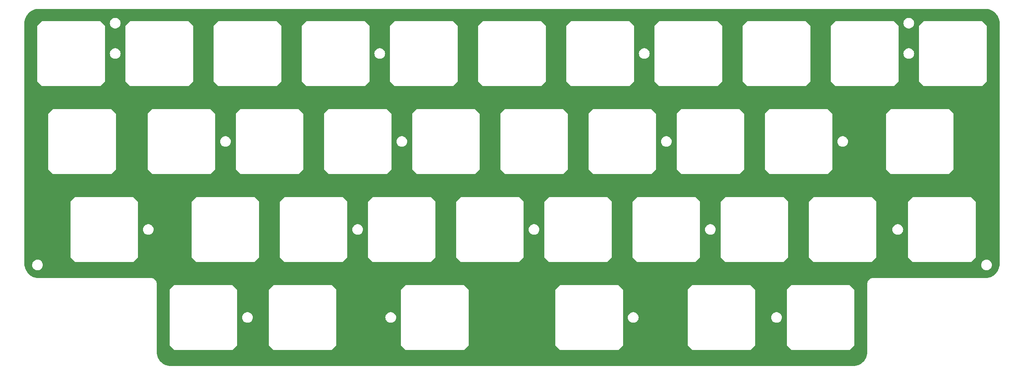
<source format=gbr>
%TF.GenerationSoftware,KiCad,Pcbnew,(7.0.0)*%
%TF.CreationDate,2023-10-30T09:48:19+01:00*%
%TF.ProjectId,travaulta plate topre,74726176-6175-46c7-9461-20706c617465,rev?*%
%TF.SameCoordinates,Original*%
%TF.FileFunction,Copper,L2,Bot*%
%TF.FilePolarity,Positive*%
%FSLAX46Y46*%
G04 Gerber Fmt 4.6, Leading zero omitted, Abs format (unit mm)*
G04 Created by KiCad (PCBNEW (7.0.0)) date 2023-10-30 09:48:19*
%MOMM*%
%LPD*%
G01*
G04 APERTURE LIST*
G04 APERTURE END LIST*
%TA.AperFunction,Conductor*%
%TO.N,GND*%
G36*
X251478300Y-47475671D02*
G01*
X251608167Y-47482477D01*
X251799654Y-47493232D01*
X251812264Y-47494581D01*
X251964380Y-47518674D01*
X251965493Y-47518857D01*
X252131775Y-47547109D01*
X252143251Y-47549616D01*
X252296276Y-47590618D01*
X252298429Y-47591217D01*
X252456103Y-47636642D01*
X252466353Y-47640079D01*
X252615939Y-47697500D01*
X252618871Y-47698670D01*
X252768778Y-47760763D01*
X252777717Y-47764883D01*
X252921345Y-47838065D01*
X252925015Y-47840014D01*
X253066156Y-47918020D01*
X253073807Y-47922611D01*
X253209386Y-48010657D01*
X253213627Y-48013536D01*
X253344691Y-48106531D01*
X253344746Y-48106570D01*
X253351127Y-48111411D01*
X253476920Y-48213276D01*
X253481582Y-48217242D01*
X253601260Y-48324192D01*
X253601282Y-48324212D01*
X253606417Y-48329068D01*
X253720930Y-48443581D01*
X253725786Y-48448716D01*
X253832746Y-48568404D01*
X253836712Y-48573066D01*
X253938610Y-48698899D01*
X253943417Y-48705237D01*
X254036464Y-48836373D01*
X254039342Y-48840612D01*
X254127388Y-48976192D01*
X254131984Y-48983851D01*
X254132008Y-48983894D01*
X254209957Y-49124934D01*
X254211944Y-49128678D01*
X254285099Y-49272250D01*
X254289242Y-49281236D01*
X254351296Y-49431048D01*
X254352518Y-49434112D01*
X254409918Y-49583645D01*
X254413363Y-49593918D01*
X254458765Y-49751512D01*
X254459396Y-49753781D01*
X254500377Y-49906722D01*
X254502890Y-49918228D01*
X254531124Y-50084400D01*
X254531353Y-50085795D01*
X254555415Y-50237715D01*
X254556768Y-50250361D01*
X254567530Y-50441994D01*
X254567555Y-50442465D01*
X254574327Y-50571680D01*
X254574500Y-50578274D01*
X254574500Y-102671706D01*
X254574326Y-102678300D01*
X254571750Y-102727483D01*
X254567546Y-102807695D01*
X254567521Y-102808167D01*
X254556766Y-102999638D01*
X254555413Y-103012282D01*
X254531356Y-103164178D01*
X254531127Y-103165573D01*
X254502890Y-103331767D01*
X254500377Y-103343274D01*
X254459396Y-103496215D01*
X254458765Y-103498484D01*
X254413362Y-103656081D01*
X254409917Y-103666354D01*
X254352516Y-103815889D01*
X254351294Y-103818953D01*
X254289246Y-103968752D01*
X254285104Y-103977737D01*
X254211946Y-104121317D01*
X254209957Y-104125063D01*
X254131989Y-104266134D01*
X254127384Y-104273809D01*
X254039357Y-104409360D01*
X254036445Y-104413648D01*
X253943422Y-104544752D01*
X253938581Y-104551134D01*
X253836729Y-104676911D01*
X253832760Y-104681577D01*
X253725784Y-104801283D01*
X253720928Y-104806418D01*
X253606417Y-104920929D01*
X253601282Y-104925785D01*
X253481586Y-105032752D01*
X253476920Y-105036721D01*
X253351127Y-105138586D01*
X253344745Y-105143427D01*
X253213642Y-105236449D01*
X253209355Y-105239360D01*
X253073819Y-105327379D01*
X253066143Y-105331985D01*
X252925038Y-105409971D01*
X252921291Y-105411960D01*
X252777757Y-105485093D01*
X252768774Y-105489235D01*
X252618911Y-105551311D01*
X252615847Y-105552533D01*
X252466365Y-105609914D01*
X252456091Y-105613359D01*
X252298487Y-105658764D01*
X252296217Y-105659395D01*
X252143265Y-105700378D01*
X252131760Y-105702891D01*
X251965633Y-105731117D01*
X251964238Y-105731346D01*
X251812282Y-105755414D01*
X251799636Y-105756767D01*
X251608101Y-105767523D01*
X251607631Y-105767548D01*
X251478320Y-105774326D01*
X251471725Y-105774499D01*
X227199901Y-105774499D01*
X227199899Y-105774499D01*
X227199897Y-105774500D01*
X227105519Y-105774500D01*
X227100638Y-105775273D01*
X227100626Y-105775274D01*
X226923769Y-105803285D01*
X226923756Y-105803287D01*
X226918882Y-105804060D01*
X226914182Y-105805586D01*
X226914174Y-105805589D01*
X226743880Y-105860921D01*
X226743869Y-105860925D01*
X226739168Y-105862453D01*
X226734760Y-105864698D01*
X226734755Y-105864701D01*
X226575216Y-105945990D01*
X226575211Y-105945992D01*
X226570801Y-105948240D01*
X226566791Y-105951153D01*
X226566790Y-105951154D01*
X226493251Y-106004584D01*
X226417927Y-106059310D01*
X226414429Y-106062807D01*
X226414423Y-106062813D01*
X226287806Y-106189429D01*
X226287799Y-106189436D01*
X226284310Y-106192926D01*
X226281409Y-106196918D01*
X226281402Y-106196927D01*
X226176155Y-106341788D01*
X226176150Y-106341795D01*
X226173241Y-106345800D01*
X226170993Y-106350210D01*
X226170991Y-106350215D01*
X226089701Y-106509754D01*
X226089698Y-106509759D01*
X226087453Y-106514167D01*
X226085925Y-106518867D01*
X226085921Y-106518879D01*
X226030591Y-106689171D01*
X226029061Y-106693881D01*
X226028288Y-106698759D01*
X226028286Y-106698769D01*
X226000274Y-106875627D01*
X226000273Y-106875635D01*
X225999500Y-106880518D01*
X225999500Y-106885471D01*
X225999500Y-121721706D01*
X225999327Y-121728300D01*
X225992546Y-121857695D01*
X225992521Y-121858167D01*
X225981766Y-122049638D01*
X225980413Y-122062282D01*
X225956356Y-122214178D01*
X225956127Y-122215573D01*
X225927890Y-122381767D01*
X225925377Y-122393274D01*
X225884396Y-122546215D01*
X225883765Y-122548484D01*
X225838362Y-122706081D01*
X225834917Y-122716354D01*
X225777516Y-122865889D01*
X225776294Y-122868953D01*
X225714246Y-123018752D01*
X225710104Y-123027737D01*
X225636946Y-123171317D01*
X225634957Y-123175063D01*
X225556989Y-123316134D01*
X225552384Y-123323809D01*
X225464357Y-123459360D01*
X225461445Y-123463648D01*
X225368422Y-123594752D01*
X225363581Y-123601134D01*
X225261729Y-123726911D01*
X225257760Y-123731577D01*
X225150784Y-123851283D01*
X225145928Y-123856418D01*
X225031417Y-123970929D01*
X225026282Y-123975785D01*
X224906586Y-124082752D01*
X224901920Y-124086721D01*
X224776127Y-124188586D01*
X224769745Y-124193427D01*
X224638642Y-124286449D01*
X224634355Y-124289360D01*
X224498819Y-124377379D01*
X224491143Y-124381985D01*
X224350038Y-124459971D01*
X224346291Y-124461960D01*
X224202757Y-124535093D01*
X224193774Y-124539235D01*
X224043911Y-124601311D01*
X224040847Y-124602533D01*
X223891365Y-124659914D01*
X223881091Y-124663359D01*
X223723487Y-124708764D01*
X223721217Y-124709395D01*
X223568265Y-124750378D01*
X223556760Y-124752891D01*
X223390633Y-124781117D01*
X223389238Y-124781346D01*
X223237282Y-124805414D01*
X223224636Y-124806767D01*
X223033101Y-124817523D01*
X223032631Y-124817548D01*
X222903320Y-124824326D01*
X222896725Y-124824499D01*
X75553293Y-124824499D01*
X75546699Y-124824326D01*
X75535665Y-124823747D01*
X75417011Y-124817529D01*
X75416541Y-124817504D01*
X75225381Y-124806769D01*
X75212735Y-124805416D01*
X75060622Y-124781323D01*
X75059227Y-124781094D01*
X74893249Y-124752893D01*
X74881744Y-124750380D01*
X74728712Y-124709375D01*
X74726442Y-124708744D01*
X74568927Y-124663365D01*
X74558654Y-124659920D01*
X74409067Y-124602499D01*
X74406003Y-124601277D01*
X74256260Y-124539252D01*
X74247275Y-124535110D01*
X74103659Y-124461933D01*
X74099914Y-124459945D01*
X73958873Y-124381996D01*
X73951196Y-124377389D01*
X73815578Y-124289317D01*
X73811290Y-124286405D01*
X73680299Y-124193461D01*
X73673918Y-124188621D01*
X73548034Y-124086682D01*
X73543369Y-124082713D01*
X73423745Y-123975811D01*
X73418609Y-123970955D01*
X73304043Y-123856389D01*
X73299187Y-123851254D01*
X73192273Y-123731617D01*
X73188304Y-123726951D01*
X73086387Y-123601094D01*
X73081557Y-123594727D01*
X72988566Y-123463669D01*
X72985676Y-123459412D01*
X72985642Y-123459360D01*
X72897600Y-123323787D01*
X72892998Y-123316116D01*
X72815038Y-123175058D01*
X72813097Y-123171402D01*
X72739881Y-123027709D01*
X72735750Y-123018749D01*
X72673713Y-122868978D01*
X72672503Y-122865942D01*
X72672483Y-122865889D01*
X72615069Y-122716321D01*
X72611633Y-122706075D01*
X72566265Y-122548596D01*
X72565635Y-122546327D01*
X72524617Y-122393250D01*
X72522107Y-122381764D01*
X72493902Y-122215757D01*
X72493676Y-122214381D01*
X72493644Y-122214178D01*
X72469580Y-122062245D01*
X72468230Y-122049632D01*
X72457496Y-121858480D01*
X72450673Y-121728281D01*
X72450500Y-121721687D01*
X72450500Y-120300000D01*
X75249458Y-120300000D01*
X75249576Y-120300283D01*
X75249617Y-120300383D01*
X75249715Y-120300423D01*
X76249575Y-121300282D01*
X76249617Y-121300383D01*
X76249717Y-121300424D01*
X76250000Y-121300542D01*
X76250101Y-121300500D01*
X88849899Y-121300500D01*
X88850000Y-121300542D01*
X88850284Y-121300424D01*
X88850284Y-121300423D01*
X88850383Y-121300383D01*
X88850423Y-121300284D01*
X89850282Y-120300424D01*
X89850383Y-120300383D01*
X89850440Y-120300243D01*
X89850542Y-120300000D01*
X96679458Y-120300000D01*
X96679576Y-120300283D01*
X96679617Y-120300383D01*
X96679715Y-120300423D01*
X97679575Y-121300282D01*
X97679617Y-121300383D01*
X97679717Y-121300424D01*
X97680000Y-121300542D01*
X97680101Y-121300500D01*
X110279899Y-121300500D01*
X110280000Y-121300542D01*
X110280284Y-121300424D01*
X110280284Y-121300423D01*
X110280383Y-121300383D01*
X110280423Y-121300284D01*
X111280282Y-120300424D01*
X111280383Y-120300383D01*
X111280440Y-120300243D01*
X111280542Y-120300000D01*
X125254458Y-120300000D01*
X125254576Y-120300283D01*
X125254617Y-120300383D01*
X125254715Y-120300423D01*
X126254575Y-121300282D01*
X126254617Y-121300383D01*
X126254717Y-121300424D01*
X126255000Y-121300542D01*
X126255101Y-121300500D01*
X138854899Y-121300500D01*
X138855000Y-121300542D01*
X138855284Y-121300424D01*
X138855284Y-121300423D01*
X138855383Y-121300383D01*
X138855423Y-121300284D01*
X139855282Y-120300424D01*
X139855383Y-120300383D01*
X139855440Y-120300243D01*
X139855542Y-120300000D01*
X158591458Y-120300000D01*
X158591576Y-120300283D01*
X158591617Y-120300383D01*
X158591715Y-120300423D01*
X159591575Y-121300282D01*
X159591617Y-121300383D01*
X159591717Y-121300424D01*
X159592000Y-121300542D01*
X159592101Y-121300500D01*
X172191899Y-121300500D01*
X172192000Y-121300542D01*
X172192284Y-121300424D01*
X172192284Y-121300423D01*
X172192383Y-121300383D01*
X172192423Y-121300284D01*
X173192282Y-120300424D01*
X173192383Y-120300383D01*
X173192440Y-120300243D01*
X173192542Y-120300000D01*
X187169458Y-120300000D01*
X187169576Y-120300283D01*
X187169617Y-120300383D01*
X187169715Y-120300423D01*
X188169575Y-121300282D01*
X188169617Y-121300383D01*
X188169717Y-121300424D01*
X188170000Y-121300542D01*
X188170101Y-121300500D01*
X200769899Y-121300500D01*
X200770000Y-121300542D01*
X200770284Y-121300424D01*
X200770284Y-121300423D01*
X200770383Y-121300383D01*
X200770423Y-121300284D01*
X201770282Y-120300424D01*
X201770383Y-120300383D01*
X201770440Y-120300243D01*
X201770542Y-120300000D01*
X208599458Y-120300000D01*
X208599576Y-120300283D01*
X208599617Y-120300383D01*
X208599715Y-120300423D01*
X209599575Y-121300282D01*
X209599617Y-121300383D01*
X209599717Y-121300424D01*
X209600000Y-121300542D01*
X209600101Y-121300500D01*
X222199899Y-121300500D01*
X222200000Y-121300542D01*
X222200284Y-121300424D01*
X222200284Y-121300423D01*
X222200383Y-121300383D01*
X222200423Y-121300284D01*
X223200282Y-120300424D01*
X223200383Y-120300383D01*
X223200440Y-120300243D01*
X223200542Y-120300000D01*
X223200500Y-120299899D01*
X223200500Y-108300101D01*
X223200542Y-108300000D01*
X223200424Y-108299717D01*
X223200383Y-108299617D01*
X223200282Y-108299575D01*
X222200423Y-107299715D01*
X222200383Y-107299617D01*
X222200284Y-107299576D01*
X222200000Y-107299458D01*
X222199899Y-107299500D01*
X209600101Y-107299500D01*
X209600000Y-107299458D01*
X209599756Y-107299559D01*
X209599617Y-107299617D01*
X209599575Y-107299717D01*
X209591155Y-107308136D01*
X209591156Y-107308136D01*
X208608199Y-108291091D01*
X208608196Y-108291094D01*
X208599715Y-108299576D01*
X208599617Y-108299617D01*
X208599576Y-108299715D01*
X208599576Y-108299716D01*
X208599458Y-108300000D01*
X208599500Y-108300101D01*
X208599500Y-120299899D01*
X208599458Y-120300000D01*
X201770542Y-120300000D01*
X201770500Y-120299899D01*
X201770500Y-114300000D01*
X205219571Y-114300000D01*
X205239244Y-114512310D01*
X205297595Y-114717389D01*
X205300186Y-114722593D01*
X205300189Y-114722600D01*
X205390037Y-114903040D01*
X205392634Y-114908255D01*
X205396142Y-114912900D01*
X205396145Y-114912905D01*
X205505751Y-115058045D01*
X205521128Y-115078407D01*
X205525430Y-115082329D01*
X205525433Y-115082332D01*
X205674394Y-115218129D01*
X205674398Y-115218132D01*
X205678698Y-115222052D01*
X205859981Y-115334298D01*
X205865411Y-115336401D01*
X205865414Y-115336403D01*
X205937229Y-115364223D01*
X206058802Y-115411321D01*
X206268390Y-115450500D01*
X206475783Y-115450500D01*
X206481610Y-115450500D01*
X206691198Y-115411321D01*
X206890019Y-115334298D01*
X207071302Y-115222052D01*
X207228872Y-115078407D01*
X207357366Y-114908255D01*
X207452405Y-114717389D01*
X207510756Y-114512310D01*
X207530429Y-114300000D01*
X207510756Y-114087690D01*
X207452405Y-113882611D01*
X207357366Y-113691745D01*
X207228872Y-113521593D01*
X207224568Y-113517670D01*
X207224566Y-113517667D01*
X207075605Y-113381870D01*
X207075600Y-113381866D01*
X207071302Y-113377948D01*
X207032284Y-113353789D01*
X206894975Y-113268770D01*
X206894969Y-113268767D01*
X206890019Y-113265702D01*
X206884592Y-113263599D01*
X206884585Y-113263596D01*
X206696627Y-113190782D01*
X206696625Y-113190781D01*
X206691198Y-113188679D01*
X206685476Y-113187609D01*
X206685475Y-113187609D01*
X206487335Y-113150570D01*
X206487332Y-113150569D01*
X206481610Y-113149500D01*
X206268390Y-113149500D01*
X206262668Y-113150569D01*
X206262664Y-113150570D01*
X206064524Y-113187609D01*
X206064520Y-113187610D01*
X206058802Y-113188679D01*
X206053377Y-113190780D01*
X206053372Y-113190782D01*
X205865414Y-113263596D01*
X205865402Y-113263601D01*
X205859981Y-113265702D01*
X205855034Y-113268764D01*
X205855024Y-113268770D01*
X205683649Y-113374882D01*
X205683645Y-113374884D01*
X205678698Y-113377948D01*
X205674404Y-113381862D01*
X205674394Y-113381870D01*
X205525433Y-113517667D01*
X205525425Y-113517675D01*
X205521128Y-113521593D01*
X205517619Y-113526239D01*
X205517615Y-113526244D01*
X205396145Y-113687094D01*
X205396139Y-113687103D01*
X205392634Y-113691745D01*
X205390040Y-113696952D01*
X205390037Y-113696959D01*
X205300189Y-113877399D01*
X205300184Y-113877410D01*
X205297595Y-113882611D01*
X205296003Y-113888204D01*
X205296001Y-113888211D01*
X205240837Y-114082090D01*
X205239244Y-114087690D01*
X205219571Y-114300000D01*
X201770500Y-114300000D01*
X201770500Y-108300101D01*
X201770542Y-108300000D01*
X201770424Y-108299717D01*
X201770383Y-108299617D01*
X201770282Y-108299575D01*
X200770423Y-107299715D01*
X200770383Y-107299617D01*
X200770284Y-107299576D01*
X200770000Y-107299458D01*
X200769899Y-107299500D01*
X188170101Y-107299500D01*
X188170000Y-107299458D01*
X188169756Y-107299559D01*
X188169617Y-107299617D01*
X188169575Y-107299717D01*
X188161155Y-107308136D01*
X188161156Y-107308136D01*
X187178199Y-108291091D01*
X187178196Y-108291094D01*
X187169715Y-108299576D01*
X187169617Y-108299617D01*
X187169576Y-108299715D01*
X187169576Y-108299716D01*
X187169458Y-108300000D01*
X187169500Y-108300101D01*
X187169500Y-120299899D01*
X187169458Y-120300000D01*
X173192542Y-120300000D01*
X173192500Y-120299899D01*
X173192500Y-114300000D01*
X174263321Y-114300000D01*
X174282994Y-114512310D01*
X174341345Y-114717389D01*
X174343936Y-114722593D01*
X174343939Y-114722600D01*
X174433787Y-114903040D01*
X174436384Y-114908255D01*
X174439892Y-114912900D01*
X174439895Y-114912905D01*
X174549501Y-115058045D01*
X174564878Y-115078407D01*
X174569180Y-115082329D01*
X174569183Y-115082332D01*
X174718144Y-115218129D01*
X174718148Y-115218132D01*
X174722448Y-115222052D01*
X174903731Y-115334298D01*
X174909161Y-115336401D01*
X174909164Y-115336403D01*
X174980979Y-115364223D01*
X175102552Y-115411321D01*
X175312140Y-115450500D01*
X175519533Y-115450500D01*
X175525360Y-115450500D01*
X175734948Y-115411321D01*
X175933769Y-115334298D01*
X176115052Y-115222052D01*
X176272622Y-115078407D01*
X176401116Y-114908255D01*
X176496155Y-114717389D01*
X176554506Y-114512310D01*
X176574179Y-114300000D01*
X176554506Y-114087690D01*
X176496155Y-113882611D01*
X176401116Y-113691745D01*
X176272622Y-113521593D01*
X176268318Y-113517670D01*
X176268316Y-113517667D01*
X176119355Y-113381870D01*
X176119350Y-113381866D01*
X176115052Y-113377948D01*
X176076034Y-113353789D01*
X175938725Y-113268770D01*
X175938719Y-113268767D01*
X175933769Y-113265702D01*
X175928342Y-113263599D01*
X175928335Y-113263596D01*
X175740377Y-113190782D01*
X175740375Y-113190781D01*
X175734948Y-113188679D01*
X175729226Y-113187609D01*
X175729225Y-113187609D01*
X175531085Y-113150570D01*
X175531082Y-113150569D01*
X175525360Y-113149500D01*
X175312140Y-113149500D01*
X175306418Y-113150569D01*
X175306414Y-113150570D01*
X175108274Y-113187609D01*
X175108270Y-113187610D01*
X175102552Y-113188679D01*
X175097127Y-113190780D01*
X175097122Y-113190782D01*
X174909164Y-113263596D01*
X174909152Y-113263601D01*
X174903731Y-113265702D01*
X174898784Y-113268764D01*
X174898774Y-113268770D01*
X174727399Y-113374882D01*
X174727395Y-113374884D01*
X174722448Y-113377948D01*
X174718154Y-113381862D01*
X174718144Y-113381870D01*
X174569183Y-113517667D01*
X174569175Y-113517675D01*
X174564878Y-113521593D01*
X174561369Y-113526239D01*
X174561365Y-113526244D01*
X174439895Y-113687094D01*
X174439889Y-113687103D01*
X174436384Y-113691745D01*
X174433790Y-113696952D01*
X174433787Y-113696959D01*
X174343939Y-113877399D01*
X174343934Y-113877410D01*
X174341345Y-113882611D01*
X174339753Y-113888204D01*
X174339751Y-113888211D01*
X174284587Y-114082090D01*
X174282994Y-114087690D01*
X174263321Y-114300000D01*
X173192500Y-114300000D01*
X173192500Y-108300101D01*
X173192542Y-108300000D01*
X173192424Y-108299717D01*
X173192383Y-108299617D01*
X173192282Y-108299575D01*
X172192423Y-107299715D01*
X172192383Y-107299617D01*
X172192284Y-107299576D01*
X172192000Y-107299458D01*
X172191899Y-107299500D01*
X159592101Y-107299500D01*
X159592000Y-107299458D01*
X159591756Y-107299559D01*
X159591617Y-107299617D01*
X159591575Y-107299717D01*
X159583155Y-107308136D01*
X159583156Y-107308136D01*
X158600199Y-108291091D01*
X158600196Y-108291094D01*
X158591715Y-108299576D01*
X158591617Y-108299617D01*
X158591576Y-108299715D01*
X158591576Y-108299716D01*
X158591458Y-108300000D01*
X158591500Y-108300101D01*
X158591500Y-120299899D01*
X158591458Y-120300000D01*
X139855542Y-120300000D01*
X139855500Y-120299899D01*
X139855500Y-108300101D01*
X139855542Y-108300000D01*
X139855424Y-108299717D01*
X139855383Y-108299617D01*
X139855282Y-108299575D01*
X138855423Y-107299715D01*
X138855383Y-107299617D01*
X138855284Y-107299576D01*
X138855000Y-107299458D01*
X138854899Y-107299500D01*
X126255101Y-107299500D01*
X126255000Y-107299458D01*
X126254756Y-107299559D01*
X126254617Y-107299617D01*
X126254575Y-107299717D01*
X126246155Y-107308136D01*
X126246156Y-107308136D01*
X125263199Y-108291091D01*
X125263196Y-108291094D01*
X125254715Y-108299576D01*
X125254617Y-108299617D01*
X125254576Y-108299715D01*
X125254576Y-108299716D01*
X125254458Y-108300000D01*
X125254500Y-108300101D01*
X125254500Y-120299899D01*
X125254458Y-120300000D01*
X111280542Y-120300000D01*
X111280500Y-120299899D01*
X111280500Y-114300000D01*
X121875821Y-114300000D01*
X121895494Y-114512310D01*
X121953845Y-114717389D01*
X121956436Y-114722593D01*
X121956439Y-114722600D01*
X122046287Y-114903040D01*
X122048884Y-114908255D01*
X122052392Y-114912900D01*
X122052395Y-114912905D01*
X122162001Y-115058045D01*
X122177378Y-115078407D01*
X122181680Y-115082329D01*
X122181683Y-115082332D01*
X122330644Y-115218129D01*
X122330648Y-115218132D01*
X122334948Y-115222052D01*
X122516231Y-115334298D01*
X122521661Y-115336401D01*
X122521664Y-115336403D01*
X122593479Y-115364223D01*
X122715052Y-115411321D01*
X122924640Y-115450500D01*
X123132033Y-115450500D01*
X123137860Y-115450500D01*
X123347448Y-115411321D01*
X123546269Y-115334298D01*
X123727552Y-115222052D01*
X123885122Y-115078407D01*
X124013616Y-114908255D01*
X124108655Y-114717389D01*
X124167006Y-114512310D01*
X124186679Y-114300000D01*
X124167006Y-114087690D01*
X124108655Y-113882611D01*
X124013616Y-113691745D01*
X123885122Y-113521593D01*
X123880818Y-113517670D01*
X123880816Y-113517667D01*
X123731855Y-113381870D01*
X123731850Y-113381866D01*
X123727552Y-113377948D01*
X123688534Y-113353789D01*
X123551225Y-113268770D01*
X123551219Y-113268767D01*
X123546269Y-113265702D01*
X123540842Y-113263599D01*
X123540835Y-113263596D01*
X123352877Y-113190782D01*
X123352875Y-113190781D01*
X123347448Y-113188679D01*
X123341726Y-113187609D01*
X123341725Y-113187609D01*
X123143585Y-113150570D01*
X123143582Y-113150569D01*
X123137860Y-113149500D01*
X122924640Y-113149500D01*
X122918918Y-113150569D01*
X122918914Y-113150570D01*
X122720774Y-113187609D01*
X122720770Y-113187610D01*
X122715052Y-113188679D01*
X122709627Y-113190780D01*
X122709622Y-113190782D01*
X122521664Y-113263596D01*
X122521652Y-113263601D01*
X122516231Y-113265702D01*
X122511284Y-113268764D01*
X122511274Y-113268770D01*
X122339899Y-113374882D01*
X122339895Y-113374884D01*
X122334948Y-113377948D01*
X122330654Y-113381862D01*
X122330644Y-113381870D01*
X122181683Y-113517667D01*
X122181675Y-113517675D01*
X122177378Y-113521593D01*
X122173869Y-113526239D01*
X122173865Y-113526244D01*
X122052395Y-113687094D01*
X122052389Y-113687103D01*
X122048884Y-113691745D01*
X122046290Y-113696952D01*
X122046287Y-113696959D01*
X121956439Y-113877399D01*
X121956434Y-113877410D01*
X121953845Y-113882611D01*
X121952253Y-113888204D01*
X121952251Y-113888211D01*
X121897087Y-114082090D01*
X121895494Y-114087690D01*
X121875821Y-114300000D01*
X111280500Y-114300000D01*
X111280500Y-108300101D01*
X111280542Y-108300000D01*
X111280424Y-108299717D01*
X111280383Y-108299617D01*
X111280282Y-108299575D01*
X110280423Y-107299715D01*
X110280383Y-107299617D01*
X110280284Y-107299576D01*
X110280000Y-107299458D01*
X110279899Y-107299500D01*
X97680101Y-107299500D01*
X97680000Y-107299458D01*
X97679756Y-107299559D01*
X97679617Y-107299617D01*
X97679575Y-107299717D01*
X97671155Y-107308136D01*
X97671156Y-107308136D01*
X96688199Y-108291091D01*
X96688196Y-108291094D01*
X96679715Y-108299576D01*
X96679617Y-108299617D01*
X96679576Y-108299715D01*
X96679576Y-108299716D01*
X96679458Y-108300000D01*
X96679500Y-108300101D01*
X96679500Y-120299899D01*
X96679458Y-120300000D01*
X89850542Y-120300000D01*
X89850500Y-120299899D01*
X89850500Y-114300000D01*
X90919571Y-114300000D01*
X90939244Y-114512310D01*
X90997595Y-114717389D01*
X91000186Y-114722593D01*
X91000189Y-114722600D01*
X91090037Y-114903040D01*
X91092634Y-114908255D01*
X91096142Y-114912900D01*
X91096145Y-114912905D01*
X91205751Y-115058045D01*
X91221128Y-115078407D01*
X91225430Y-115082329D01*
X91225433Y-115082332D01*
X91374394Y-115218129D01*
X91374398Y-115218132D01*
X91378698Y-115222052D01*
X91559981Y-115334298D01*
X91565411Y-115336401D01*
X91565414Y-115336403D01*
X91637229Y-115364223D01*
X91758802Y-115411321D01*
X91968390Y-115450500D01*
X92175783Y-115450500D01*
X92181610Y-115450500D01*
X92391198Y-115411321D01*
X92590019Y-115334298D01*
X92771302Y-115222052D01*
X92928872Y-115078407D01*
X93057366Y-114908255D01*
X93152405Y-114717389D01*
X93210756Y-114512310D01*
X93230429Y-114300000D01*
X93210756Y-114087690D01*
X93152405Y-113882611D01*
X93057366Y-113691745D01*
X92928872Y-113521593D01*
X92924568Y-113517670D01*
X92924566Y-113517667D01*
X92775605Y-113381870D01*
X92775600Y-113381866D01*
X92771302Y-113377948D01*
X92732284Y-113353789D01*
X92594975Y-113268770D01*
X92594969Y-113268767D01*
X92590019Y-113265702D01*
X92584592Y-113263599D01*
X92584585Y-113263596D01*
X92396627Y-113190782D01*
X92396625Y-113190781D01*
X92391198Y-113188679D01*
X92385476Y-113187609D01*
X92385475Y-113187609D01*
X92187335Y-113150570D01*
X92187332Y-113150569D01*
X92181610Y-113149500D01*
X91968390Y-113149500D01*
X91962668Y-113150569D01*
X91962664Y-113150570D01*
X91764524Y-113187609D01*
X91764520Y-113187610D01*
X91758802Y-113188679D01*
X91753377Y-113190780D01*
X91753372Y-113190782D01*
X91565414Y-113263596D01*
X91565402Y-113263601D01*
X91559981Y-113265702D01*
X91555034Y-113268764D01*
X91555024Y-113268770D01*
X91383649Y-113374882D01*
X91383645Y-113374884D01*
X91378698Y-113377948D01*
X91374404Y-113381862D01*
X91374394Y-113381870D01*
X91225433Y-113517667D01*
X91225425Y-113517675D01*
X91221128Y-113521593D01*
X91217619Y-113526239D01*
X91217615Y-113526244D01*
X91096145Y-113687094D01*
X91096139Y-113687103D01*
X91092634Y-113691745D01*
X91090040Y-113696952D01*
X91090037Y-113696959D01*
X91000189Y-113877399D01*
X91000184Y-113877410D01*
X90997595Y-113882611D01*
X90996003Y-113888204D01*
X90996001Y-113888211D01*
X90940837Y-114082090D01*
X90939244Y-114087690D01*
X90919571Y-114300000D01*
X89850500Y-114300000D01*
X89850500Y-108300101D01*
X89850542Y-108300000D01*
X89850424Y-108299717D01*
X89850383Y-108299617D01*
X89850282Y-108299575D01*
X88850423Y-107299715D01*
X88850383Y-107299617D01*
X88850284Y-107299576D01*
X88850000Y-107299458D01*
X88849899Y-107299500D01*
X76250101Y-107299500D01*
X76250000Y-107299458D01*
X76249756Y-107299559D01*
X76249617Y-107299617D01*
X76249575Y-107299717D01*
X76241155Y-107308136D01*
X76241156Y-107308136D01*
X75258199Y-108291091D01*
X75258196Y-108291094D01*
X75249715Y-108299576D01*
X75249617Y-108299617D01*
X75249576Y-108299715D01*
X75249576Y-108299716D01*
X75249458Y-108300000D01*
X75249500Y-108300101D01*
X75249500Y-120299899D01*
X75249458Y-120300000D01*
X72450500Y-120300000D01*
X72450500Y-106975003D01*
X72450500Y-106974999D01*
X72450501Y-106974999D01*
X72450501Y-106880518D01*
X72420940Y-106693881D01*
X72362547Y-106514167D01*
X72276760Y-106345800D01*
X72165690Y-106192926D01*
X72032073Y-106059309D01*
X71879199Y-105948239D01*
X71710832Y-105862452D01*
X71706126Y-105860922D01*
X71706119Y-105860920D01*
X71535825Y-105805588D01*
X71535820Y-105805586D01*
X71531118Y-105804059D01*
X71526240Y-105803286D01*
X71526230Y-105803284D01*
X71349373Y-105775273D01*
X71349362Y-105775272D01*
X71344481Y-105774499D01*
X71339527Y-105774499D01*
X46978293Y-105774499D01*
X46971699Y-105774326D01*
X46960665Y-105773747D01*
X46842011Y-105767529D01*
X46841541Y-105767504D01*
X46650381Y-105756769D01*
X46637735Y-105755416D01*
X46485622Y-105731323D01*
X46484227Y-105731094D01*
X46318249Y-105702893D01*
X46306744Y-105700380D01*
X46153712Y-105659375D01*
X46151442Y-105658744D01*
X45993927Y-105613365D01*
X45983654Y-105609920D01*
X45834067Y-105552499D01*
X45831003Y-105551277D01*
X45681260Y-105489252D01*
X45672275Y-105485110D01*
X45528659Y-105411933D01*
X45524914Y-105409945D01*
X45383873Y-105331996D01*
X45376196Y-105327389D01*
X45240578Y-105239317D01*
X45236290Y-105236405D01*
X45105299Y-105143461D01*
X45098918Y-105138621D01*
X44973034Y-105036682D01*
X44968369Y-105032713D01*
X44848745Y-104925811D01*
X44843609Y-104920955D01*
X44729043Y-104806389D01*
X44724187Y-104801254D01*
X44617273Y-104681617D01*
X44613304Y-104676951D01*
X44511387Y-104551094D01*
X44506557Y-104544727D01*
X44413566Y-104413669D01*
X44410676Y-104409412D01*
X44410642Y-104409360D01*
X44322600Y-104273787D01*
X44317998Y-104266116D01*
X44240038Y-104125058D01*
X44238097Y-104121402D01*
X44164881Y-103977709D01*
X44160750Y-103968749D01*
X44098713Y-103818978D01*
X44097503Y-103815942D01*
X44097483Y-103815889D01*
X44040069Y-103666321D01*
X44036633Y-103656075D01*
X43991265Y-103498596D01*
X43990635Y-103496327D01*
X43949617Y-103343250D01*
X43947107Y-103331764D01*
X43918902Y-103165757D01*
X43918676Y-103164381D01*
X43918644Y-103164178D01*
X43894580Y-103012245D01*
X43893230Y-102999632D01*
X43889544Y-102933999D01*
X45560571Y-102933999D01*
X45580244Y-103146309D01*
X45581836Y-103151907D01*
X45581837Y-103151908D01*
X45585777Y-103165757D01*
X45638595Y-103351388D01*
X45641186Y-103356592D01*
X45641189Y-103356599D01*
X45710765Y-103496327D01*
X45733634Y-103542254D01*
X45737142Y-103546899D01*
X45737145Y-103546904D01*
X45819588Y-103656075D01*
X45862128Y-103712406D01*
X45866430Y-103716328D01*
X45866433Y-103716331D01*
X46015394Y-103852128D01*
X46015398Y-103852131D01*
X46019698Y-103856051D01*
X46200981Y-103968297D01*
X46206411Y-103970400D01*
X46206414Y-103970402D01*
X46278229Y-103998222D01*
X46399802Y-104045320D01*
X46609390Y-104084499D01*
X46816783Y-104084499D01*
X46822610Y-104084499D01*
X47032198Y-104045320D01*
X47231019Y-103968297D01*
X47412302Y-103856051D01*
X47569872Y-103712406D01*
X47698366Y-103542254D01*
X47793405Y-103351388D01*
X47851756Y-103146309D01*
X47871429Y-102933999D01*
X250578946Y-102933999D01*
X250598619Y-103146309D01*
X250600211Y-103151907D01*
X250600212Y-103151908D01*
X250604152Y-103165757D01*
X250656970Y-103351388D01*
X250659561Y-103356592D01*
X250659564Y-103356599D01*
X250729140Y-103496327D01*
X250752009Y-103542254D01*
X250755517Y-103546899D01*
X250755520Y-103546904D01*
X250837963Y-103656075D01*
X250880503Y-103712406D01*
X250884805Y-103716328D01*
X250884808Y-103716331D01*
X251033769Y-103852128D01*
X251033773Y-103852131D01*
X251038073Y-103856051D01*
X251219356Y-103968297D01*
X251224786Y-103970400D01*
X251224789Y-103970402D01*
X251296604Y-103998222D01*
X251418177Y-104045320D01*
X251627765Y-104084499D01*
X251835158Y-104084499D01*
X251840985Y-104084499D01*
X252050573Y-104045320D01*
X252249394Y-103968297D01*
X252430677Y-103856051D01*
X252588247Y-103712406D01*
X252716741Y-103542254D01*
X252811780Y-103351388D01*
X252870131Y-103146309D01*
X252889804Y-102933999D01*
X252870131Y-102721689D01*
X252811780Y-102516610D01*
X252716741Y-102325744D01*
X252659830Y-102250383D01*
X252591759Y-102160243D01*
X252588247Y-102155592D01*
X252583943Y-102151669D01*
X252583941Y-102151666D01*
X252434980Y-102015869D01*
X252434975Y-102015865D01*
X252430677Y-102011947D01*
X252391659Y-101987788D01*
X252254350Y-101902769D01*
X252254344Y-101902766D01*
X252249394Y-101899701D01*
X252243967Y-101897598D01*
X252243960Y-101897595D01*
X252056002Y-101824781D01*
X252056000Y-101824780D01*
X252050573Y-101822678D01*
X252044851Y-101821608D01*
X252044850Y-101821608D01*
X251846710Y-101784569D01*
X251846707Y-101784568D01*
X251840985Y-101783499D01*
X251627765Y-101783499D01*
X251622043Y-101784568D01*
X251622039Y-101784569D01*
X251423899Y-101821608D01*
X251423895Y-101821609D01*
X251418177Y-101822678D01*
X251412752Y-101824779D01*
X251412747Y-101824781D01*
X251224789Y-101897595D01*
X251224777Y-101897600D01*
X251219356Y-101899701D01*
X251214409Y-101902763D01*
X251214399Y-101902769D01*
X251043024Y-102008881D01*
X251043020Y-102008883D01*
X251038073Y-102011947D01*
X251033779Y-102015861D01*
X251033769Y-102015869D01*
X250884808Y-102151666D01*
X250884800Y-102151674D01*
X250880503Y-102155592D01*
X250876994Y-102160238D01*
X250876990Y-102160243D01*
X250755520Y-102321093D01*
X250755514Y-102321102D01*
X250752009Y-102325744D01*
X250749415Y-102330951D01*
X250749412Y-102330958D01*
X250659564Y-102511398D01*
X250659559Y-102511409D01*
X250656970Y-102516610D01*
X250655378Y-102522203D01*
X250655376Y-102522210D01*
X250610964Y-102678300D01*
X250598619Y-102721689D01*
X250598082Y-102727481D01*
X250598082Y-102727483D01*
X250590615Y-102808065D01*
X250578946Y-102933999D01*
X47871429Y-102933999D01*
X47851756Y-102721689D01*
X47793405Y-102516610D01*
X47698366Y-102325744D01*
X47641455Y-102250383D01*
X47573384Y-102160243D01*
X47569872Y-102155592D01*
X47565568Y-102151669D01*
X47565566Y-102151666D01*
X47416605Y-102015869D01*
X47416600Y-102015865D01*
X47412302Y-102011947D01*
X47373284Y-101987788D01*
X47235975Y-101902769D01*
X47235969Y-101902766D01*
X47231019Y-101899701D01*
X47225592Y-101897598D01*
X47225585Y-101897595D01*
X47037627Y-101824781D01*
X47037625Y-101824780D01*
X47032198Y-101822678D01*
X47026476Y-101821608D01*
X47026475Y-101821608D01*
X46828335Y-101784569D01*
X46828332Y-101784568D01*
X46822610Y-101783499D01*
X46609390Y-101783499D01*
X46603668Y-101784568D01*
X46603664Y-101784569D01*
X46405524Y-101821608D01*
X46405520Y-101821609D01*
X46399802Y-101822678D01*
X46394377Y-101824779D01*
X46394372Y-101824781D01*
X46206414Y-101897595D01*
X46206402Y-101897600D01*
X46200981Y-101899701D01*
X46196034Y-101902763D01*
X46196024Y-101902769D01*
X46024649Y-102008881D01*
X46024645Y-102008883D01*
X46019698Y-102011947D01*
X46015404Y-102015861D01*
X46015394Y-102015869D01*
X45866433Y-102151666D01*
X45866425Y-102151674D01*
X45862128Y-102155592D01*
X45858619Y-102160238D01*
X45858615Y-102160243D01*
X45737145Y-102321093D01*
X45737139Y-102321102D01*
X45733634Y-102325744D01*
X45731040Y-102330951D01*
X45731037Y-102330958D01*
X45641189Y-102511398D01*
X45641184Y-102511409D01*
X45638595Y-102516610D01*
X45637003Y-102522203D01*
X45637001Y-102522210D01*
X45592589Y-102678300D01*
X45580244Y-102721689D01*
X45579707Y-102727481D01*
X45579707Y-102727483D01*
X45572240Y-102808065D01*
X45560571Y-102933999D01*
X43889544Y-102933999D01*
X43882496Y-102808480D01*
X43875673Y-102678281D01*
X43875500Y-102671687D01*
X43875500Y-101250000D01*
X53819458Y-101250000D01*
X53819576Y-101250283D01*
X53819617Y-101250383D01*
X53819715Y-101250423D01*
X54819575Y-102250282D01*
X54819617Y-102250383D01*
X54819717Y-102250424D01*
X54820000Y-102250542D01*
X54820101Y-102250500D01*
X67419899Y-102250500D01*
X67420000Y-102250542D01*
X67420284Y-102250424D01*
X67420284Y-102250423D01*
X67420383Y-102250383D01*
X67420423Y-102250284D01*
X68420282Y-101250424D01*
X68420383Y-101250383D01*
X68420440Y-101250243D01*
X68420542Y-101250000D01*
X80011958Y-101250000D01*
X80012076Y-101250283D01*
X80012117Y-101250383D01*
X80012215Y-101250423D01*
X81012075Y-102250282D01*
X81012117Y-102250383D01*
X81012217Y-102250424D01*
X81012500Y-102250542D01*
X81012601Y-102250500D01*
X93612399Y-102250500D01*
X93612500Y-102250542D01*
X93612784Y-102250424D01*
X93612784Y-102250423D01*
X93612883Y-102250383D01*
X93612923Y-102250284D01*
X94612782Y-101250424D01*
X94612883Y-101250383D01*
X94612940Y-101250243D01*
X94613042Y-101250000D01*
X99061958Y-101250000D01*
X99062076Y-101250283D01*
X99062117Y-101250383D01*
X99062215Y-101250423D01*
X100062075Y-102250282D01*
X100062117Y-102250383D01*
X100062217Y-102250424D01*
X100062500Y-102250542D01*
X100062601Y-102250500D01*
X112662399Y-102250500D01*
X112662500Y-102250542D01*
X112662784Y-102250424D01*
X112662784Y-102250423D01*
X112662883Y-102250383D01*
X112662923Y-102250284D01*
X113662782Y-101250424D01*
X113662883Y-101250383D01*
X113662940Y-101250243D01*
X113663042Y-101250000D01*
X118111958Y-101250000D01*
X118112076Y-101250283D01*
X118112117Y-101250383D01*
X118112215Y-101250423D01*
X119112075Y-102250282D01*
X119112117Y-102250383D01*
X119112217Y-102250424D01*
X119112500Y-102250542D01*
X119112601Y-102250500D01*
X131712399Y-102250500D01*
X131712500Y-102250542D01*
X131712784Y-102250424D01*
X131712784Y-102250423D01*
X131712883Y-102250383D01*
X131712923Y-102250284D01*
X132712782Y-101250424D01*
X132712883Y-101250383D01*
X132712940Y-101250243D01*
X132713042Y-101250000D01*
X137161958Y-101250000D01*
X137162076Y-101250283D01*
X137162117Y-101250383D01*
X137162215Y-101250423D01*
X138162075Y-102250282D01*
X138162117Y-102250383D01*
X138162217Y-102250424D01*
X138162500Y-102250542D01*
X138162601Y-102250500D01*
X150762399Y-102250500D01*
X150762500Y-102250542D01*
X150762784Y-102250424D01*
X150762784Y-102250423D01*
X150762883Y-102250383D01*
X150762923Y-102250284D01*
X151762782Y-101250424D01*
X151762883Y-101250383D01*
X151762940Y-101250243D01*
X151763042Y-101250000D01*
X156211958Y-101250000D01*
X156212076Y-101250283D01*
X156212117Y-101250383D01*
X156212215Y-101250423D01*
X157212075Y-102250282D01*
X157212117Y-102250383D01*
X157212217Y-102250424D01*
X157212500Y-102250542D01*
X157212601Y-102250500D01*
X169812399Y-102250500D01*
X169812500Y-102250542D01*
X169812784Y-102250424D01*
X169812784Y-102250423D01*
X169812883Y-102250383D01*
X169812923Y-102250284D01*
X170812782Y-101250424D01*
X170812883Y-101250383D01*
X170812940Y-101250243D01*
X170813042Y-101250000D01*
X175261958Y-101250000D01*
X175262076Y-101250283D01*
X175262117Y-101250383D01*
X175262215Y-101250423D01*
X176262075Y-102250282D01*
X176262117Y-102250383D01*
X176262217Y-102250424D01*
X176262500Y-102250542D01*
X176262601Y-102250500D01*
X188862399Y-102250500D01*
X188862500Y-102250542D01*
X188862784Y-102250424D01*
X188862784Y-102250423D01*
X188862883Y-102250383D01*
X188862923Y-102250284D01*
X189862782Y-101250424D01*
X189862883Y-101250383D01*
X189862940Y-101250243D01*
X189863042Y-101250000D01*
X194311958Y-101250000D01*
X194312076Y-101250283D01*
X194312117Y-101250383D01*
X194312215Y-101250423D01*
X195312075Y-102250282D01*
X195312117Y-102250383D01*
X195312217Y-102250424D01*
X195312500Y-102250542D01*
X195312601Y-102250500D01*
X207912399Y-102250500D01*
X207912500Y-102250542D01*
X207912784Y-102250424D01*
X207912784Y-102250423D01*
X207912883Y-102250383D01*
X207912923Y-102250284D01*
X208912782Y-101250424D01*
X208912883Y-101250383D01*
X208912940Y-101250243D01*
X208913042Y-101250000D01*
X213361958Y-101250000D01*
X213362076Y-101250283D01*
X213362117Y-101250383D01*
X213362215Y-101250423D01*
X214362075Y-102250282D01*
X214362117Y-102250383D01*
X214362217Y-102250424D01*
X214362500Y-102250542D01*
X214362601Y-102250500D01*
X226962399Y-102250500D01*
X226962500Y-102250542D01*
X226962784Y-102250424D01*
X226962784Y-102250423D01*
X226962883Y-102250383D01*
X226962923Y-102250284D01*
X227962782Y-101250424D01*
X227962883Y-101250383D01*
X227962940Y-101250243D01*
X227963042Y-101250000D01*
X234794458Y-101250000D01*
X234794576Y-101250283D01*
X234794617Y-101250383D01*
X234794715Y-101250423D01*
X235794575Y-102250282D01*
X235794617Y-102250383D01*
X235794717Y-102250424D01*
X235795000Y-102250542D01*
X235795101Y-102250500D01*
X248394899Y-102250500D01*
X248395000Y-102250542D01*
X248395284Y-102250424D01*
X248395284Y-102250423D01*
X248395383Y-102250383D01*
X248395423Y-102250284D01*
X249395282Y-101250424D01*
X249395383Y-101250383D01*
X249395440Y-101250243D01*
X249395542Y-101250000D01*
X249395500Y-101249899D01*
X249395500Y-89250101D01*
X249395542Y-89250000D01*
X249395424Y-89249717D01*
X249395383Y-89249617D01*
X249395282Y-89249575D01*
X248395423Y-88249715D01*
X248395383Y-88249617D01*
X248395284Y-88249576D01*
X248395000Y-88249458D01*
X248394899Y-88249500D01*
X235795101Y-88249500D01*
X235795000Y-88249458D01*
X235794756Y-88249559D01*
X235794617Y-88249617D01*
X235794575Y-88249717D01*
X235786155Y-88258136D01*
X235786156Y-88258136D01*
X234803199Y-89241091D01*
X234803196Y-89241094D01*
X234794715Y-89249576D01*
X234794617Y-89249617D01*
X234794576Y-89249715D01*
X234794576Y-89249716D01*
X234794458Y-89250000D01*
X234794500Y-89250101D01*
X234794500Y-101249899D01*
X234794458Y-101250000D01*
X227963042Y-101250000D01*
X227963000Y-101249899D01*
X227963000Y-95250000D01*
X231413321Y-95250000D01*
X231432994Y-95462310D01*
X231491345Y-95667389D01*
X231493936Y-95672593D01*
X231493939Y-95672600D01*
X231583787Y-95853040D01*
X231586384Y-95858255D01*
X231589892Y-95862900D01*
X231589895Y-95862905D01*
X231699501Y-96008045D01*
X231714878Y-96028407D01*
X231719180Y-96032329D01*
X231719183Y-96032332D01*
X231868144Y-96168129D01*
X231868148Y-96168132D01*
X231872448Y-96172052D01*
X232053731Y-96284298D01*
X232059161Y-96286401D01*
X232059164Y-96286403D01*
X232130979Y-96314223D01*
X232252552Y-96361321D01*
X232462140Y-96400500D01*
X232669533Y-96400500D01*
X232675360Y-96400500D01*
X232884948Y-96361321D01*
X233083769Y-96284298D01*
X233265052Y-96172052D01*
X233422622Y-96028407D01*
X233551116Y-95858255D01*
X233646155Y-95667389D01*
X233704506Y-95462310D01*
X233724179Y-95250000D01*
X233704506Y-95037690D01*
X233646155Y-94832611D01*
X233551116Y-94641745D01*
X233422622Y-94471593D01*
X233418318Y-94467670D01*
X233418316Y-94467667D01*
X233269355Y-94331870D01*
X233269350Y-94331866D01*
X233265052Y-94327948D01*
X233226034Y-94303789D01*
X233088725Y-94218770D01*
X233088719Y-94218767D01*
X233083769Y-94215702D01*
X233078342Y-94213599D01*
X233078335Y-94213596D01*
X232890377Y-94140782D01*
X232890375Y-94140781D01*
X232884948Y-94138679D01*
X232879226Y-94137609D01*
X232879225Y-94137609D01*
X232681085Y-94100570D01*
X232681082Y-94100569D01*
X232675360Y-94099500D01*
X232462140Y-94099500D01*
X232456418Y-94100569D01*
X232456414Y-94100570D01*
X232258274Y-94137609D01*
X232258270Y-94137610D01*
X232252552Y-94138679D01*
X232247127Y-94140780D01*
X232247122Y-94140782D01*
X232059164Y-94213596D01*
X232059152Y-94213601D01*
X232053731Y-94215702D01*
X232048784Y-94218764D01*
X232048774Y-94218770D01*
X231877399Y-94324882D01*
X231877395Y-94324884D01*
X231872448Y-94327948D01*
X231868154Y-94331862D01*
X231868144Y-94331870D01*
X231719183Y-94467667D01*
X231719175Y-94467675D01*
X231714878Y-94471593D01*
X231711369Y-94476239D01*
X231711365Y-94476244D01*
X231589895Y-94637094D01*
X231589889Y-94637103D01*
X231586384Y-94641745D01*
X231583790Y-94646952D01*
X231583787Y-94646959D01*
X231493939Y-94827399D01*
X231493934Y-94827410D01*
X231491345Y-94832611D01*
X231489753Y-94838204D01*
X231489751Y-94838211D01*
X231434587Y-95032090D01*
X231432994Y-95037690D01*
X231413321Y-95250000D01*
X227963000Y-95250000D01*
X227963000Y-89250101D01*
X227963042Y-89250000D01*
X227962924Y-89249717D01*
X227962883Y-89249617D01*
X227962782Y-89249575D01*
X226962923Y-88249715D01*
X226962883Y-88249617D01*
X226962784Y-88249576D01*
X226962500Y-88249458D01*
X226962399Y-88249500D01*
X214362601Y-88249500D01*
X214362500Y-88249458D01*
X214362256Y-88249559D01*
X214362117Y-88249617D01*
X214362075Y-88249717D01*
X214353655Y-88258136D01*
X214353656Y-88258136D01*
X213370699Y-89241091D01*
X213370696Y-89241094D01*
X213362215Y-89249576D01*
X213362117Y-89249617D01*
X213362076Y-89249715D01*
X213362076Y-89249716D01*
X213361958Y-89250000D01*
X213362000Y-89250101D01*
X213362000Y-101249899D01*
X213361958Y-101250000D01*
X208913042Y-101250000D01*
X208913000Y-101249899D01*
X208913000Y-89250101D01*
X208913042Y-89250000D01*
X208912924Y-89249717D01*
X208912883Y-89249617D01*
X208912782Y-89249575D01*
X207912923Y-88249715D01*
X207912883Y-88249617D01*
X207912784Y-88249576D01*
X207912500Y-88249458D01*
X207912399Y-88249500D01*
X195312601Y-88249500D01*
X195312500Y-88249458D01*
X195312256Y-88249559D01*
X195312117Y-88249617D01*
X195312075Y-88249717D01*
X195303655Y-88258136D01*
X195303656Y-88258136D01*
X194320699Y-89241091D01*
X194320696Y-89241094D01*
X194312215Y-89249576D01*
X194312117Y-89249617D01*
X194312076Y-89249715D01*
X194312076Y-89249716D01*
X194311958Y-89250000D01*
X194312000Y-89250101D01*
X194312000Y-101249899D01*
X194311958Y-101250000D01*
X189863042Y-101250000D01*
X189863000Y-101249899D01*
X189863000Y-95250000D01*
X190932071Y-95250000D01*
X190951744Y-95462310D01*
X191010095Y-95667389D01*
X191012686Y-95672593D01*
X191012689Y-95672600D01*
X191102537Y-95853040D01*
X191105134Y-95858255D01*
X191108642Y-95862900D01*
X191108645Y-95862905D01*
X191218251Y-96008045D01*
X191233628Y-96028407D01*
X191237930Y-96032329D01*
X191237933Y-96032332D01*
X191386894Y-96168129D01*
X191386898Y-96168132D01*
X191391198Y-96172052D01*
X191572481Y-96284298D01*
X191577911Y-96286401D01*
X191577914Y-96286403D01*
X191649729Y-96314223D01*
X191771302Y-96361321D01*
X191980890Y-96400500D01*
X192188283Y-96400500D01*
X192194110Y-96400500D01*
X192403698Y-96361321D01*
X192602519Y-96284298D01*
X192783802Y-96172052D01*
X192941372Y-96028407D01*
X193069866Y-95858255D01*
X193164905Y-95667389D01*
X193223256Y-95462310D01*
X193242929Y-95250000D01*
X193223256Y-95037690D01*
X193164905Y-94832611D01*
X193069866Y-94641745D01*
X192941372Y-94471593D01*
X192937068Y-94467670D01*
X192937066Y-94467667D01*
X192788105Y-94331870D01*
X192788100Y-94331866D01*
X192783802Y-94327948D01*
X192744784Y-94303789D01*
X192607475Y-94218770D01*
X192607469Y-94218767D01*
X192602519Y-94215702D01*
X192597092Y-94213599D01*
X192597085Y-94213596D01*
X192409127Y-94140782D01*
X192409125Y-94140781D01*
X192403698Y-94138679D01*
X192397976Y-94137609D01*
X192397975Y-94137609D01*
X192199835Y-94100570D01*
X192199832Y-94100569D01*
X192194110Y-94099500D01*
X191980890Y-94099500D01*
X191975168Y-94100569D01*
X191975164Y-94100570D01*
X191777024Y-94137609D01*
X191777020Y-94137610D01*
X191771302Y-94138679D01*
X191765877Y-94140780D01*
X191765872Y-94140782D01*
X191577914Y-94213596D01*
X191577902Y-94213601D01*
X191572481Y-94215702D01*
X191567534Y-94218764D01*
X191567524Y-94218770D01*
X191396149Y-94324882D01*
X191396145Y-94324884D01*
X191391198Y-94327948D01*
X191386904Y-94331862D01*
X191386894Y-94331870D01*
X191237933Y-94467667D01*
X191237925Y-94467675D01*
X191233628Y-94471593D01*
X191230119Y-94476239D01*
X191230115Y-94476244D01*
X191108645Y-94637094D01*
X191108639Y-94637103D01*
X191105134Y-94641745D01*
X191102540Y-94646952D01*
X191102537Y-94646959D01*
X191012689Y-94827399D01*
X191012684Y-94827410D01*
X191010095Y-94832611D01*
X191008503Y-94838204D01*
X191008501Y-94838211D01*
X190953337Y-95032090D01*
X190951744Y-95037690D01*
X190932071Y-95250000D01*
X189863000Y-95250000D01*
X189863000Y-89250101D01*
X189863042Y-89250000D01*
X189862924Y-89249717D01*
X189862883Y-89249617D01*
X189862782Y-89249575D01*
X188862923Y-88249715D01*
X188862883Y-88249617D01*
X188862784Y-88249576D01*
X188862500Y-88249458D01*
X188862399Y-88249500D01*
X176262601Y-88249500D01*
X176262500Y-88249458D01*
X176262256Y-88249559D01*
X176262117Y-88249617D01*
X176262075Y-88249717D01*
X176253655Y-88258136D01*
X176253656Y-88258136D01*
X175270699Y-89241091D01*
X175270696Y-89241094D01*
X175262215Y-89249576D01*
X175262117Y-89249617D01*
X175262076Y-89249715D01*
X175262076Y-89249716D01*
X175261958Y-89250000D01*
X175262000Y-89250101D01*
X175262000Y-101249899D01*
X175261958Y-101250000D01*
X170813042Y-101250000D01*
X170813000Y-101249899D01*
X170813000Y-89250101D01*
X170813042Y-89250000D01*
X170812924Y-89249717D01*
X170812883Y-89249617D01*
X170812782Y-89249575D01*
X169812923Y-88249715D01*
X169812883Y-88249617D01*
X169812784Y-88249576D01*
X169812500Y-88249458D01*
X169812399Y-88249500D01*
X157212601Y-88249500D01*
X157212500Y-88249458D01*
X157212256Y-88249559D01*
X157212117Y-88249617D01*
X157212075Y-88249717D01*
X157203655Y-88258136D01*
X157203656Y-88258136D01*
X156220699Y-89241091D01*
X156220696Y-89241094D01*
X156212215Y-89249576D01*
X156212117Y-89249617D01*
X156212076Y-89249715D01*
X156212076Y-89249716D01*
X156211958Y-89250000D01*
X156212000Y-89250101D01*
X156212000Y-101249899D01*
X156211958Y-101250000D01*
X151763042Y-101250000D01*
X151763000Y-101249899D01*
X151763000Y-95250000D01*
X152832071Y-95250000D01*
X152851744Y-95462310D01*
X152910095Y-95667389D01*
X152912686Y-95672593D01*
X152912689Y-95672600D01*
X153002537Y-95853040D01*
X153005134Y-95858255D01*
X153008642Y-95862900D01*
X153008645Y-95862905D01*
X153118251Y-96008045D01*
X153133628Y-96028407D01*
X153137930Y-96032329D01*
X153137933Y-96032332D01*
X153286894Y-96168129D01*
X153286898Y-96168132D01*
X153291198Y-96172052D01*
X153472481Y-96284298D01*
X153477911Y-96286401D01*
X153477914Y-96286403D01*
X153549729Y-96314223D01*
X153671302Y-96361321D01*
X153880890Y-96400500D01*
X154088283Y-96400500D01*
X154094110Y-96400500D01*
X154303698Y-96361321D01*
X154502519Y-96284298D01*
X154683802Y-96172052D01*
X154841372Y-96028407D01*
X154969866Y-95858255D01*
X155064905Y-95667389D01*
X155123256Y-95462310D01*
X155142929Y-95250000D01*
X155123256Y-95037690D01*
X155064905Y-94832611D01*
X154969866Y-94641745D01*
X154841372Y-94471593D01*
X154837068Y-94467670D01*
X154837066Y-94467667D01*
X154688105Y-94331870D01*
X154688100Y-94331866D01*
X154683802Y-94327948D01*
X154644784Y-94303789D01*
X154507475Y-94218770D01*
X154507469Y-94218767D01*
X154502519Y-94215702D01*
X154497092Y-94213599D01*
X154497085Y-94213596D01*
X154309127Y-94140782D01*
X154309125Y-94140781D01*
X154303698Y-94138679D01*
X154297976Y-94137609D01*
X154297975Y-94137609D01*
X154099835Y-94100570D01*
X154099832Y-94100569D01*
X154094110Y-94099500D01*
X153880890Y-94099500D01*
X153875168Y-94100569D01*
X153875164Y-94100570D01*
X153677024Y-94137609D01*
X153677020Y-94137610D01*
X153671302Y-94138679D01*
X153665877Y-94140780D01*
X153665872Y-94140782D01*
X153477914Y-94213596D01*
X153477902Y-94213601D01*
X153472481Y-94215702D01*
X153467534Y-94218764D01*
X153467524Y-94218770D01*
X153296149Y-94324882D01*
X153296145Y-94324884D01*
X153291198Y-94327948D01*
X153286904Y-94331862D01*
X153286894Y-94331870D01*
X153137933Y-94467667D01*
X153137925Y-94467675D01*
X153133628Y-94471593D01*
X153130119Y-94476239D01*
X153130115Y-94476244D01*
X153008645Y-94637094D01*
X153008639Y-94637103D01*
X153005134Y-94641745D01*
X153002540Y-94646952D01*
X153002537Y-94646959D01*
X152912689Y-94827399D01*
X152912684Y-94827410D01*
X152910095Y-94832611D01*
X152908503Y-94838204D01*
X152908501Y-94838211D01*
X152853337Y-95032090D01*
X152851744Y-95037690D01*
X152832071Y-95250000D01*
X151763000Y-95250000D01*
X151763000Y-89250101D01*
X151763042Y-89250000D01*
X151762924Y-89249717D01*
X151762883Y-89249617D01*
X151762782Y-89249575D01*
X150762923Y-88249715D01*
X150762883Y-88249617D01*
X150762784Y-88249576D01*
X150762500Y-88249458D01*
X150762399Y-88249500D01*
X138162601Y-88249500D01*
X138162500Y-88249458D01*
X138162256Y-88249559D01*
X138162117Y-88249617D01*
X138162075Y-88249717D01*
X138153655Y-88258136D01*
X138153656Y-88258136D01*
X137170699Y-89241091D01*
X137170696Y-89241094D01*
X137162215Y-89249576D01*
X137162117Y-89249617D01*
X137162076Y-89249715D01*
X137162076Y-89249716D01*
X137161958Y-89250000D01*
X137162000Y-89250101D01*
X137162000Y-101249899D01*
X137161958Y-101250000D01*
X132713042Y-101250000D01*
X132713000Y-101249899D01*
X132713000Y-89250101D01*
X132713042Y-89250000D01*
X132712924Y-89249717D01*
X132712883Y-89249617D01*
X132712782Y-89249575D01*
X131712923Y-88249715D01*
X131712883Y-88249617D01*
X131712784Y-88249576D01*
X131712500Y-88249458D01*
X131712399Y-88249500D01*
X119112601Y-88249500D01*
X119112500Y-88249458D01*
X119112256Y-88249559D01*
X119112117Y-88249617D01*
X119112075Y-88249717D01*
X119103655Y-88258136D01*
X119103656Y-88258136D01*
X118120699Y-89241091D01*
X118120696Y-89241094D01*
X118112215Y-89249576D01*
X118112117Y-89249617D01*
X118112076Y-89249715D01*
X118112076Y-89249716D01*
X118111958Y-89250000D01*
X118112000Y-89250101D01*
X118112000Y-101249899D01*
X118111958Y-101250000D01*
X113663042Y-101250000D01*
X113663000Y-101249899D01*
X113663000Y-95250000D01*
X114732071Y-95250000D01*
X114751744Y-95462310D01*
X114810095Y-95667389D01*
X114812686Y-95672593D01*
X114812689Y-95672600D01*
X114902537Y-95853040D01*
X114905134Y-95858255D01*
X114908642Y-95862900D01*
X114908645Y-95862905D01*
X115018251Y-96008045D01*
X115033628Y-96028407D01*
X115037930Y-96032329D01*
X115037933Y-96032332D01*
X115186894Y-96168129D01*
X115186898Y-96168132D01*
X115191198Y-96172052D01*
X115372481Y-96284298D01*
X115377911Y-96286401D01*
X115377914Y-96286403D01*
X115449729Y-96314223D01*
X115571302Y-96361321D01*
X115780890Y-96400500D01*
X115988283Y-96400500D01*
X115994110Y-96400500D01*
X116203698Y-96361321D01*
X116402519Y-96284298D01*
X116583802Y-96172052D01*
X116741372Y-96028407D01*
X116869866Y-95858255D01*
X116964905Y-95667389D01*
X117023256Y-95462310D01*
X117042929Y-95250000D01*
X117023256Y-95037690D01*
X116964905Y-94832611D01*
X116869866Y-94641745D01*
X116741372Y-94471593D01*
X116737068Y-94467670D01*
X116737066Y-94467667D01*
X116588105Y-94331870D01*
X116588100Y-94331866D01*
X116583802Y-94327948D01*
X116544784Y-94303789D01*
X116407475Y-94218770D01*
X116407469Y-94218767D01*
X116402519Y-94215702D01*
X116397092Y-94213599D01*
X116397085Y-94213596D01*
X116209127Y-94140782D01*
X116209125Y-94140781D01*
X116203698Y-94138679D01*
X116197976Y-94137609D01*
X116197975Y-94137609D01*
X115999835Y-94100570D01*
X115999832Y-94100569D01*
X115994110Y-94099500D01*
X115780890Y-94099500D01*
X115775168Y-94100569D01*
X115775164Y-94100570D01*
X115577024Y-94137609D01*
X115577020Y-94137610D01*
X115571302Y-94138679D01*
X115565877Y-94140780D01*
X115565872Y-94140782D01*
X115377914Y-94213596D01*
X115377902Y-94213601D01*
X115372481Y-94215702D01*
X115367534Y-94218764D01*
X115367524Y-94218770D01*
X115196149Y-94324882D01*
X115196145Y-94324884D01*
X115191198Y-94327948D01*
X115186904Y-94331862D01*
X115186894Y-94331870D01*
X115037933Y-94467667D01*
X115037925Y-94467675D01*
X115033628Y-94471593D01*
X115030119Y-94476239D01*
X115030115Y-94476244D01*
X114908645Y-94637094D01*
X114908639Y-94637103D01*
X114905134Y-94641745D01*
X114902540Y-94646952D01*
X114902537Y-94646959D01*
X114812689Y-94827399D01*
X114812684Y-94827410D01*
X114810095Y-94832611D01*
X114808503Y-94838204D01*
X114808501Y-94838211D01*
X114753337Y-95032090D01*
X114751744Y-95037690D01*
X114732071Y-95250000D01*
X113663000Y-95250000D01*
X113663000Y-89250101D01*
X113663042Y-89250000D01*
X113662924Y-89249717D01*
X113662883Y-89249617D01*
X113662782Y-89249575D01*
X112662923Y-88249715D01*
X112662883Y-88249617D01*
X112662784Y-88249576D01*
X112662500Y-88249458D01*
X112662399Y-88249500D01*
X100062601Y-88249500D01*
X100062500Y-88249458D01*
X100062256Y-88249559D01*
X100062117Y-88249617D01*
X100062075Y-88249717D01*
X100053655Y-88258136D01*
X100053656Y-88258136D01*
X99070699Y-89241091D01*
X99070696Y-89241094D01*
X99062215Y-89249576D01*
X99062117Y-89249617D01*
X99062076Y-89249715D01*
X99062076Y-89249716D01*
X99061958Y-89250000D01*
X99062000Y-89250101D01*
X99062000Y-101249899D01*
X99061958Y-101250000D01*
X94613042Y-101250000D01*
X94613000Y-101249899D01*
X94613000Y-89250101D01*
X94613042Y-89250000D01*
X94612924Y-89249717D01*
X94612883Y-89249617D01*
X94612782Y-89249575D01*
X93612923Y-88249715D01*
X93612883Y-88249617D01*
X93612784Y-88249576D01*
X93612500Y-88249458D01*
X93612399Y-88249500D01*
X81012601Y-88249500D01*
X81012500Y-88249458D01*
X81012256Y-88249559D01*
X81012117Y-88249617D01*
X81012075Y-88249717D01*
X81003655Y-88258136D01*
X81003656Y-88258136D01*
X80020699Y-89241091D01*
X80020696Y-89241094D01*
X80012215Y-89249576D01*
X80012117Y-89249617D01*
X80012076Y-89249715D01*
X80012076Y-89249716D01*
X80011958Y-89250000D01*
X80012000Y-89250101D01*
X80012000Y-101249899D01*
X80011958Y-101250000D01*
X68420542Y-101250000D01*
X68420500Y-101249899D01*
X68420500Y-95250000D01*
X69488321Y-95250000D01*
X69507994Y-95462310D01*
X69566345Y-95667389D01*
X69568936Y-95672593D01*
X69568939Y-95672600D01*
X69658787Y-95853040D01*
X69661384Y-95858255D01*
X69664892Y-95862900D01*
X69664895Y-95862905D01*
X69774501Y-96008045D01*
X69789878Y-96028407D01*
X69794180Y-96032329D01*
X69794183Y-96032332D01*
X69943144Y-96168129D01*
X69943148Y-96168132D01*
X69947448Y-96172052D01*
X70128731Y-96284298D01*
X70134161Y-96286401D01*
X70134164Y-96286403D01*
X70205979Y-96314223D01*
X70327552Y-96361321D01*
X70537140Y-96400500D01*
X70744533Y-96400500D01*
X70750360Y-96400500D01*
X70959948Y-96361321D01*
X71158769Y-96284298D01*
X71340052Y-96172052D01*
X71497622Y-96028407D01*
X71626116Y-95858255D01*
X71721155Y-95667389D01*
X71779506Y-95462310D01*
X71799179Y-95250000D01*
X71779506Y-95037690D01*
X71721155Y-94832611D01*
X71626116Y-94641745D01*
X71497622Y-94471593D01*
X71493318Y-94467670D01*
X71493316Y-94467667D01*
X71344355Y-94331870D01*
X71344350Y-94331866D01*
X71340052Y-94327948D01*
X71301034Y-94303789D01*
X71163725Y-94218770D01*
X71163719Y-94218767D01*
X71158769Y-94215702D01*
X71153342Y-94213599D01*
X71153335Y-94213596D01*
X70965377Y-94140782D01*
X70965375Y-94140781D01*
X70959948Y-94138679D01*
X70954226Y-94137609D01*
X70954225Y-94137609D01*
X70756085Y-94100570D01*
X70756082Y-94100569D01*
X70750360Y-94099500D01*
X70537140Y-94099500D01*
X70531418Y-94100569D01*
X70531414Y-94100570D01*
X70333274Y-94137609D01*
X70333270Y-94137610D01*
X70327552Y-94138679D01*
X70322127Y-94140780D01*
X70322122Y-94140782D01*
X70134164Y-94213596D01*
X70134152Y-94213601D01*
X70128731Y-94215702D01*
X70123784Y-94218764D01*
X70123774Y-94218770D01*
X69952399Y-94324882D01*
X69952395Y-94324884D01*
X69947448Y-94327948D01*
X69943154Y-94331862D01*
X69943144Y-94331870D01*
X69794183Y-94467667D01*
X69794175Y-94467675D01*
X69789878Y-94471593D01*
X69786369Y-94476239D01*
X69786365Y-94476244D01*
X69664895Y-94637094D01*
X69664889Y-94637103D01*
X69661384Y-94641745D01*
X69658790Y-94646952D01*
X69658787Y-94646959D01*
X69568939Y-94827399D01*
X69568934Y-94827410D01*
X69566345Y-94832611D01*
X69564753Y-94838204D01*
X69564751Y-94838211D01*
X69509587Y-95032090D01*
X69507994Y-95037690D01*
X69488321Y-95250000D01*
X68420500Y-95250000D01*
X68420500Y-89250101D01*
X68420542Y-89250000D01*
X68420424Y-89249717D01*
X68420383Y-89249617D01*
X68420282Y-89249575D01*
X67420423Y-88249715D01*
X67420383Y-88249617D01*
X67420284Y-88249576D01*
X67420000Y-88249458D01*
X67419899Y-88249500D01*
X54820101Y-88249500D01*
X54820000Y-88249458D01*
X54819756Y-88249559D01*
X54819617Y-88249617D01*
X54819575Y-88249717D01*
X54811155Y-88258136D01*
X54811156Y-88258136D01*
X53828199Y-89241091D01*
X53828196Y-89241094D01*
X53819715Y-89249576D01*
X53819617Y-89249617D01*
X53819576Y-89249715D01*
X53819576Y-89249716D01*
X53819458Y-89250000D01*
X53819500Y-89250101D01*
X53819500Y-101249899D01*
X53819458Y-101250000D01*
X43875500Y-101250000D01*
X43875500Y-82200000D01*
X49057458Y-82200000D01*
X49057576Y-82200283D01*
X49057617Y-82200383D01*
X49057715Y-82200423D01*
X50057575Y-83200282D01*
X50057617Y-83200383D01*
X50057717Y-83200424D01*
X50058000Y-83200542D01*
X50058101Y-83200500D01*
X62657899Y-83200500D01*
X62658000Y-83200542D01*
X62658284Y-83200424D01*
X62658284Y-83200423D01*
X62658383Y-83200383D01*
X62658423Y-83200284D01*
X63658282Y-82200424D01*
X63658383Y-82200383D01*
X63658440Y-82200243D01*
X63658542Y-82200000D01*
X70486958Y-82200000D01*
X70487076Y-82200283D01*
X70487117Y-82200383D01*
X70487215Y-82200423D01*
X71487075Y-83200282D01*
X71487117Y-83200383D01*
X71487217Y-83200424D01*
X71487500Y-83200542D01*
X71487601Y-83200500D01*
X84087399Y-83200500D01*
X84087500Y-83200542D01*
X84087784Y-83200424D01*
X84087784Y-83200423D01*
X84087883Y-83200383D01*
X84087923Y-83200284D01*
X85087782Y-82200424D01*
X85087883Y-82200383D01*
X85087940Y-82200243D01*
X85088042Y-82200000D01*
X89536958Y-82200000D01*
X89537076Y-82200283D01*
X89537117Y-82200383D01*
X89537215Y-82200423D01*
X90537075Y-83200282D01*
X90537117Y-83200383D01*
X90537217Y-83200424D01*
X90537500Y-83200542D01*
X90537601Y-83200500D01*
X103137399Y-83200500D01*
X103137500Y-83200542D01*
X103137784Y-83200424D01*
X103137784Y-83200423D01*
X103137883Y-83200383D01*
X103137923Y-83200284D01*
X104137782Y-82200424D01*
X104137883Y-82200383D01*
X104137940Y-82200243D01*
X104138042Y-82200000D01*
X108586958Y-82200000D01*
X108587076Y-82200283D01*
X108587117Y-82200383D01*
X108587215Y-82200423D01*
X109587075Y-83200282D01*
X109587117Y-83200383D01*
X109587217Y-83200424D01*
X109587500Y-83200542D01*
X109587601Y-83200500D01*
X122187399Y-83200500D01*
X122187500Y-83200542D01*
X122187784Y-83200424D01*
X122187784Y-83200423D01*
X122187883Y-83200383D01*
X122187923Y-83200284D01*
X123187782Y-82200424D01*
X123187883Y-82200383D01*
X123187940Y-82200243D01*
X123188042Y-82200000D01*
X127636958Y-82200000D01*
X127637076Y-82200283D01*
X127637117Y-82200383D01*
X127637215Y-82200423D01*
X128637075Y-83200282D01*
X128637117Y-83200383D01*
X128637217Y-83200424D01*
X128637500Y-83200542D01*
X128637601Y-83200500D01*
X141237399Y-83200500D01*
X141237500Y-83200542D01*
X141237784Y-83200424D01*
X141237784Y-83200423D01*
X141237883Y-83200383D01*
X141237923Y-83200284D01*
X142237782Y-82200424D01*
X142237883Y-82200383D01*
X142237940Y-82200243D01*
X142238042Y-82200000D01*
X146686958Y-82200000D01*
X146687076Y-82200283D01*
X146687117Y-82200383D01*
X146687215Y-82200423D01*
X147687075Y-83200282D01*
X147687117Y-83200383D01*
X147687217Y-83200424D01*
X147687500Y-83200542D01*
X147687601Y-83200500D01*
X160287399Y-83200500D01*
X160287500Y-83200542D01*
X160287784Y-83200424D01*
X160287784Y-83200423D01*
X160287883Y-83200383D01*
X160287923Y-83200284D01*
X161287782Y-82200424D01*
X161287883Y-82200383D01*
X161287940Y-82200243D01*
X161288042Y-82200000D01*
X165736958Y-82200000D01*
X165737076Y-82200283D01*
X165737117Y-82200383D01*
X165737215Y-82200423D01*
X166737075Y-83200282D01*
X166737117Y-83200383D01*
X166737217Y-83200424D01*
X166737500Y-83200542D01*
X166737601Y-83200500D01*
X179337399Y-83200500D01*
X179337500Y-83200542D01*
X179337784Y-83200424D01*
X179337784Y-83200423D01*
X179337883Y-83200383D01*
X179337923Y-83200284D01*
X180337782Y-82200424D01*
X180337883Y-82200383D01*
X180337940Y-82200243D01*
X180338042Y-82200000D01*
X184786958Y-82200000D01*
X184787076Y-82200283D01*
X184787117Y-82200383D01*
X184787215Y-82200423D01*
X185787075Y-83200282D01*
X185787117Y-83200383D01*
X185787217Y-83200424D01*
X185787500Y-83200542D01*
X185787601Y-83200500D01*
X198387399Y-83200500D01*
X198387500Y-83200542D01*
X198387784Y-83200424D01*
X198387784Y-83200423D01*
X198387883Y-83200383D01*
X198387923Y-83200284D01*
X199387782Y-82200424D01*
X199387883Y-82200383D01*
X199387940Y-82200243D01*
X199388042Y-82200000D01*
X203836958Y-82200000D01*
X203837076Y-82200283D01*
X203837117Y-82200383D01*
X203837215Y-82200423D01*
X204837075Y-83200282D01*
X204837117Y-83200383D01*
X204837217Y-83200424D01*
X204837500Y-83200542D01*
X204837601Y-83200500D01*
X217437399Y-83200500D01*
X217437500Y-83200542D01*
X217437784Y-83200424D01*
X217437784Y-83200423D01*
X217437883Y-83200383D01*
X217437923Y-83200284D01*
X218437782Y-82200424D01*
X218437883Y-82200383D01*
X218437940Y-82200243D01*
X218438042Y-82200000D01*
X230029458Y-82200000D01*
X230029576Y-82200283D01*
X230029617Y-82200383D01*
X230029715Y-82200423D01*
X231029575Y-83200282D01*
X231029617Y-83200383D01*
X231029717Y-83200424D01*
X231030000Y-83200542D01*
X231030101Y-83200500D01*
X243629899Y-83200500D01*
X243630000Y-83200542D01*
X243630284Y-83200424D01*
X243630284Y-83200423D01*
X243630383Y-83200383D01*
X243630423Y-83200284D01*
X244630282Y-82200424D01*
X244630383Y-82200383D01*
X244630440Y-82200243D01*
X244630542Y-82200000D01*
X244630500Y-82199899D01*
X244630500Y-70200101D01*
X244630542Y-70200000D01*
X244630424Y-70199717D01*
X244630383Y-70199617D01*
X244630282Y-70199575D01*
X243630423Y-69199715D01*
X243630383Y-69199617D01*
X243630284Y-69199576D01*
X243630000Y-69199458D01*
X243629899Y-69199500D01*
X231030101Y-69199500D01*
X231030000Y-69199458D01*
X231029756Y-69199559D01*
X231029617Y-69199617D01*
X231029575Y-69199717D01*
X231021155Y-69208136D01*
X231021156Y-69208136D01*
X230038199Y-70191091D01*
X230038196Y-70191094D01*
X230029715Y-70199576D01*
X230029617Y-70199617D01*
X230029576Y-70199715D01*
X230029576Y-70199716D01*
X230029458Y-70200000D01*
X230029500Y-70200101D01*
X230029500Y-82199899D01*
X230029458Y-82200000D01*
X218438042Y-82200000D01*
X218438000Y-82199899D01*
X218438000Y-76200000D01*
X219507071Y-76200000D01*
X219526744Y-76412310D01*
X219585095Y-76617389D01*
X219587686Y-76622593D01*
X219587689Y-76622600D01*
X219677537Y-76803040D01*
X219680134Y-76808255D01*
X219683642Y-76812900D01*
X219683645Y-76812905D01*
X219793251Y-76958045D01*
X219808628Y-76978407D01*
X219812930Y-76982329D01*
X219812933Y-76982332D01*
X219961894Y-77118129D01*
X219961898Y-77118132D01*
X219966198Y-77122052D01*
X220147481Y-77234298D01*
X220152911Y-77236401D01*
X220152914Y-77236403D01*
X220224729Y-77264223D01*
X220346302Y-77311321D01*
X220555890Y-77350500D01*
X220763283Y-77350500D01*
X220769110Y-77350500D01*
X220978698Y-77311321D01*
X221177519Y-77234298D01*
X221358802Y-77122052D01*
X221516372Y-76978407D01*
X221644866Y-76808255D01*
X221739905Y-76617389D01*
X221798256Y-76412310D01*
X221817929Y-76200000D01*
X221798256Y-75987690D01*
X221739905Y-75782611D01*
X221644866Y-75591745D01*
X221516372Y-75421593D01*
X221512068Y-75417670D01*
X221512066Y-75417667D01*
X221363105Y-75281870D01*
X221363100Y-75281866D01*
X221358802Y-75277948D01*
X221319784Y-75253789D01*
X221182475Y-75168770D01*
X221182469Y-75168767D01*
X221177519Y-75165702D01*
X221172092Y-75163599D01*
X221172085Y-75163596D01*
X220984127Y-75090782D01*
X220984125Y-75090781D01*
X220978698Y-75088679D01*
X220972976Y-75087609D01*
X220972975Y-75087609D01*
X220774835Y-75050570D01*
X220774832Y-75050569D01*
X220769110Y-75049500D01*
X220555890Y-75049500D01*
X220550168Y-75050569D01*
X220550164Y-75050570D01*
X220352024Y-75087609D01*
X220352020Y-75087610D01*
X220346302Y-75088679D01*
X220340877Y-75090780D01*
X220340872Y-75090782D01*
X220152914Y-75163596D01*
X220152902Y-75163601D01*
X220147481Y-75165702D01*
X220142534Y-75168764D01*
X220142524Y-75168770D01*
X219971149Y-75274882D01*
X219971145Y-75274884D01*
X219966198Y-75277948D01*
X219961904Y-75281862D01*
X219961894Y-75281870D01*
X219812933Y-75417667D01*
X219812925Y-75417675D01*
X219808628Y-75421593D01*
X219805119Y-75426239D01*
X219805115Y-75426244D01*
X219683645Y-75587094D01*
X219683639Y-75587103D01*
X219680134Y-75591745D01*
X219677540Y-75596952D01*
X219677537Y-75596959D01*
X219587689Y-75777399D01*
X219587684Y-75777410D01*
X219585095Y-75782611D01*
X219583503Y-75788204D01*
X219583501Y-75788211D01*
X219528337Y-75982090D01*
X219526744Y-75987690D01*
X219507071Y-76200000D01*
X218438000Y-76200000D01*
X218438000Y-70200101D01*
X218438042Y-70200000D01*
X218437924Y-70199717D01*
X218437883Y-70199617D01*
X218437782Y-70199575D01*
X217437923Y-69199715D01*
X217437883Y-69199617D01*
X217437784Y-69199576D01*
X217437500Y-69199458D01*
X217437399Y-69199500D01*
X204837601Y-69199500D01*
X204837500Y-69199458D01*
X204837256Y-69199559D01*
X204837117Y-69199617D01*
X204837075Y-69199717D01*
X204828655Y-69208136D01*
X204828656Y-69208136D01*
X203845699Y-70191091D01*
X203845696Y-70191094D01*
X203837215Y-70199576D01*
X203837117Y-70199617D01*
X203837076Y-70199715D01*
X203837076Y-70199716D01*
X203836958Y-70200000D01*
X203837000Y-70200101D01*
X203837000Y-82199899D01*
X203836958Y-82200000D01*
X199388042Y-82200000D01*
X199388000Y-82199899D01*
X199388000Y-70200101D01*
X199388042Y-70200000D01*
X199387924Y-70199717D01*
X199387883Y-70199617D01*
X199387782Y-70199575D01*
X198387923Y-69199715D01*
X198387883Y-69199617D01*
X198387784Y-69199576D01*
X198387500Y-69199458D01*
X198387399Y-69199500D01*
X185787601Y-69199500D01*
X185787500Y-69199458D01*
X185787256Y-69199559D01*
X185787117Y-69199617D01*
X185787075Y-69199717D01*
X185778655Y-69208136D01*
X185778656Y-69208136D01*
X184795699Y-70191091D01*
X184795696Y-70191094D01*
X184787215Y-70199576D01*
X184787117Y-70199617D01*
X184787076Y-70199715D01*
X184787076Y-70199716D01*
X184786958Y-70200000D01*
X184787000Y-70200101D01*
X184787000Y-82199899D01*
X184786958Y-82200000D01*
X180338042Y-82200000D01*
X180338000Y-82199899D01*
X180338000Y-76200000D01*
X181407071Y-76200000D01*
X181426744Y-76412310D01*
X181485095Y-76617389D01*
X181487686Y-76622593D01*
X181487689Y-76622600D01*
X181577537Y-76803040D01*
X181580134Y-76808255D01*
X181583642Y-76812900D01*
X181583645Y-76812905D01*
X181693251Y-76958045D01*
X181708628Y-76978407D01*
X181712930Y-76982329D01*
X181712933Y-76982332D01*
X181861894Y-77118129D01*
X181861898Y-77118132D01*
X181866198Y-77122052D01*
X182047481Y-77234298D01*
X182052911Y-77236401D01*
X182052914Y-77236403D01*
X182124729Y-77264223D01*
X182246302Y-77311321D01*
X182455890Y-77350500D01*
X182663283Y-77350500D01*
X182669110Y-77350500D01*
X182878698Y-77311321D01*
X183077519Y-77234298D01*
X183258802Y-77122052D01*
X183416372Y-76978407D01*
X183544866Y-76808255D01*
X183639905Y-76617389D01*
X183698256Y-76412310D01*
X183717929Y-76200000D01*
X183698256Y-75987690D01*
X183639905Y-75782611D01*
X183544866Y-75591745D01*
X183416372Y-75421593D01*
X183412068Y-75417670D01*
X183412066Y-75417667D01*
X183263105Y-75281870D01*
X183263100Y-75281866D01*
X183258802Y-75277948D01*
X183219784Y-75253789D01*
X183082475Y-75168770D01*
X183082469Y-75168767D01*
X183077519Y-75165702D01*
X183072092Y-75163599D01*
X183072085Y-75163596D01*
X182884127Y-75090782D01*
X182884125Y-75090781D01*
X182878698Y-75088679D01*
X182872976Y-75087609D01*
X182872975Y-75087609D01*
X182674835Y-75050570D01*
X182674832Y-75050569D01*
X182669110Y-75049500D01*
X182455890Y-75049500D01*
X182450168Y-75050569D01*
X182450164Y-75050570D01*
X182252024Y-75087609D01*
X182252020Y-75087610D01*
X182246302Y-75088679D01*
X182240877Y-75090780D01*
X182240872Y-75090782D01*
X182052914Y-75163596D01*
X182052902Y-75163601D01*
X182047481Y-75165702D01*
X182042534Y-75168764D01*
X182042524Y-75168770D01*
X181871149Y-75274882D01*
X181871145Y-75274884D01*
X181866198Y-75277948D01*
X181861904Y-75281862D01*
X181861894Y-75281870D01*
X181712933Y-75417667D01*
X181712925Y-75417675D01*
X181708628Y-75421593D01*
X181705119Y-75426239D01*
X181705115Y-75426244D01*
X181583645Y-75587094D01*
X181583639Y-75587103D01*
X181580134Y-75591745D01*
X181577540Y-75596952D01*
X181577537Y-75596959D01*
X181487689Y-75777399D01*
X181487684Y-75777410D01*
X181485095Y-75782611D01*
X181483503Y-75788204D01*
X181483501Y-75788211D01*
X181428337Y-75982090D01*
X181426744Y-75987690D01*
X181407071Y-76200000D01*
X180338000Y-76200000D01*
X180338000Y-70200101D01*
X180338042Y-70200000D01*
X180337924Y-70199717D01*
X180337883Y-70199617D01*
X180337782Y-70199575D01*
X179337923Y-69199715D01*
X179337883Y-69199617D01*
X179337784Y-69199576D01*
X179337500Y-69199458D01*
X179337399Y-69199500D01*
X166737601Y-69199500D01*
X166737500Y-69199458D01*
X166737256Y-69199559D01*
X166737117Y-69199617D01*
X166737075Y-69199717D01*
X166728655Y-69208136D01*
X166728656Y-69208136D01*
X165745699Y-70191091D01*
X165745696Y-70191094D01*
X165737215Y-70199576D01*
X165737117Y-70199617D01*
X165737076Y-70199715D01*
X165737076Y-70199716D01*
X165736958Y-70200000D01*
X165737000Y-70200101D01*
X165737000Y-82199899D01*
X165736958Y-82200000D01*
X161288042Y-82200000D01*
X161288000Y-82199899D01*
X161288000Y-70200101D01*
X161288042Y-70200000D01*
X161287924Y-70199717D01*
X161287883Y-70199617D01*
X161287782Y-70199575D01*
X160287923Y-69199715D01*
X160287883Y-69199617D01*
X160287784Y-69199576D01*
X160287500Y-69199458D01*
X160287399Y-69199500D01*
X147687601Y-69199500D01*
X147687500Y-69199458D01*
X147687256Y-69199559D01*
X147687117Y-69199617D01*
X147687075Y-69199717D01*
X147678655Y-69208136D01*
X147678656Y-69208136D01*
X146695699Y-70191091D01*
X146695696Y-70191094D01*
X146687215Y-70199576D01*
X146687117Y-70199617D01*
X146687076Y-70199715D01*
X146687076Y-70199716D01*
X146686958Y-70200000D01*
X146687000Y-70200101D01*
X146687000Y-82199899D01*
X146686958Y-82200000D01*
X142238042Y-82200000D01*
X142238000Y-82199899D01*
X142238000Y-70200101D01*
X142238042Y-70200000D01*
X142237924Y-70199717D01*
X142237883Y-70199617D01*
X142237782Y-70199575D01*
X141237923Y-69199715D01*
X141237883Y-69199617D01*
X141237784Y-69199576D01*
X141237500Y-69199458D01*
X141237399Y-69199500D01*
X128637601Y-69199500D01*
X128637500Y-69199458D01*
X128637256Y-69199559D01*
X128637117Y-69199617D01*
X128637075Y-69199717D01*
X128628655Y-69208136D01*
X128628656Y-69208136D01*
X127645699Y-70191091D01*
X127645696Y-70191094D01*
X127637215Y-70199576D01*
X127637117Y-70199617D01*
X127637076Y-70199715D01*
X127637076Y-70199716D01*
X127636958Y-70200000D01*
X127637000Y-70200101D01*
X127637000Y-82199899D01*
X127636958Y-82200000D01*
X123188042Y-82200000D01*
X123188000Y-82199899D01*
X123188000Y-76200000D01*
X124257071Y-76200000D01*
X124276744Y-76412310D01*
X124335095Y-76617389D01*
X124337686Y-76622593D01*
X124337689Y-76622600D01*
X124427537Y-76803040D01*
X124430134Y-76808255D01*
X124433642Y-76812900D01*
X124433645Y-76812905D01*
X124543251Y-76958045D01*
X124558628Y-76978407D01*
X124562930Y-76982329D01*
X124562933Y-76982332D01*
X124711894Y-77118129D01*
X124711898Y-77118132D01*
X124716198Y-77122052D01*
X124897481Y-77234298D01*
X124902911Y-77236401D01*
X124902914Y-77236403D01*
X124974729Y-77264223D01*
X125096302Y-77311321D01*
X125305890Y-77350500D01*
X125513283Y-77350500D01*
X125519110Y-77350500D01*
X125728698Y-77311321D01*
X125927519Y-77234298D01*
X126108802Y-77122052D01*
X126266372Y-76978407D01*
X126394866Y-76808255D01*
X126489905Y-76617389D01*
X126548256Y-76412310D01*
X126567929Y-76200000D01*
X126548256Y-75987690D01*
X126489905Y-75782611D01*
X126394866Y-75591745D01*
X126266372Y-75421593D01*
X126262068Y-75417670D01*
X126262066Y-75417667D01*
X126113105Y-75281870D01*
X126113100Y-75281866D01*
X126108802Y-75277948D01*
X126069784Y-75253789D01*
X125932475Y-75168770D01*
X125932469Y-75168767D01*
X125927519Y-75165702D01*
X125922092Y-75163599D01*
X125922085Y-75163596D01*
X125734127Y-75090782D01*
X125734125Y-75090781D01*
X125728698Y-75088679D01*
X125722976Y-75087609D01*
X125722975Y-75087609D01*
X125524835Y-75050570D01*
X125524832Y-75050569D01*
X125519110Y-75049500D01*
X125305890Y-75049500D01*
X125300168Y-75050569D01*
X125300164Y-75050570D01*
X125102024Y-75087609D01*
X125102020Y-75087610D01*
X125096302Y-75088679D01*
X125090877Y-75090780D01*
X125090872Y-75090782D01*
X124902914Y-75163596D01*
X124902902Y-75163601D01*
X124897481Y-75165702D01*
X124892534Y-75168764D01*
X124892524Y-75168770D01*
X124721149Y-75274882D01*
X124721145Y-75274884D01*
X124716198Y-75277948D01*
X124711904Y-75281862D01*
X124711894Y-75281870D01*
X124562933Y-75417667D01*
X124562925Y-75417675D01*
X124558628Y-75421593D01*
X124555119Y-75426239D01*
X124555115Y-75426244D01*
X124433645Y-75587094D01*
X124433639Y-75587103D01*
X124430134Y-75591745D01*
X124427540Y-75596952D01*
X124427537Y-75596959D01*
X124337689Y-75777399D01*
X124337684Y-75777410D01*
X124335095Y-75782611D01*
X124333503Y-75788204D01*
X124333501Y-75788211D01*
X124278337Y-75982090D01*
X124276744Y-75987690D01*
X124257071Y-76200000D01*
X123188000Y-76200000D01*
X123188000Y-70200101D01*
X123188042Y-70200000D01*
X123187924Y-70199717D01*
X123187883Y-70199617D01*
X123187782Y-70199575D01*
X122187923Y-69199715D01*
X122187883Y-69199617D01*
X122187784Y-69199576D01*
X122187500Y-69199458D01*
X122187399Y-69199500D01*
X109587601Y-69199500D01*
X109587500Y-69199458D01*
X109587256Y-69199559D01*
X109587117Y-69199617D01*
X109587075Y-69199717D01*
X109578655Y-69208136D01*
X109578656Y-69208136D01*
X108595699Y-70191091D01*
X108595696Y-70191094D01*
X108587215Y-70199576D01*
X108587117Y-70199617D01*
X108587076Y-70199715D01*
X108587076Y-70199716D01*
X108586958Y-70200000D01*
X108587000Y-70200101D01*
X108587000Y-82199899D01*
X108586958Y-82200000D01*
X104138042Y-82200000D01*
X104138000Y-82199899D01*
X104138000Y-70200101D01*
X104138042Y-70200000D01*
X104137924Y-70199717D01*
X104137883Y-70199617D01*
X104137782Y-70199575D01*
X103137923Y-69199715D01*
X103137883Y-69199617D01*
X103137784Y-69199576D01*
X103137500Y-69199458D01*
X103137399Y-69199500D01*
X90537601Y-69199500D01*
X90537500Y-69199458D01*
X90537256Y-69199559D01*
X90537117Y-69199617D01*
X90537075Y-69199717D01*
X90528655Y-69208136D01*
X90528656Y-69208136D01*
X89545699Y-70191091D01*
X89545696Y-70191094D01*
X89537215Y-70199576D01*
X89537117Y-70199617D01*
X89537076Y-70199715D01*
X89537076Y-70199716D01*
X89536958Y-70200000D01*
X89537000Y-70200101D01*
X89537000Y-82199899D01*
X89536958Y-82200000D01*
X85088042Y-82200000D01*
X85088000Y-82199899D01*
X85088000Y-76200000D01*
X86157071Y-76200000D01*
X86176744Y-76412310D01*
X86235095Y-76617389D01*
X86237686Y-76622593D01*
X86237689Y-76622600D01*
X86327537Y-76803040D01*
X86330134Y-76808255D01*
X86333642Y-76812900D01*
X86333645Y-76812905D01*
X86443251Y-76958045D01*
X86458628Y-76978407D01*
X86462930Y-76982329D01*
X86462933Y-76982332D01*
X86611894Y-77118129D01*
X86611898Y-77118132D01*
X86616198Y-77122052D01*
X86797481Y-77234298D01*
X86802911Y-77236401D01*
X86802914Y-77236403D01*
X86874729Y-77264223D01*
X86996302Y-77311321D01*
X87205890Y-77350500D01*
X87413283Y-77350500D01*
X87419110Y-77350500D01*
X87628698Y-77311321D01*
X87827519Y-77234298D01*
X88008802Y-77122052D01*
X88166372Y-76978407D01*
X88294866Y-76808255D01*
X88389905Y-76617389D01*
X88448256Y-76412310D01*
X88467929Y-76200000D01*
X88448256Y-75987690D01*
X88389905Y-75782611D01*
X88294866Y-75591745D01*
X88166372Y-75421593D01*
X88162068Y-75417670D01*
X88162066Y-75417667D01*
X88013105Y-75281870D01*
X88013100Y-75281866D01*
X88008802Y-75277948D01*
X87969784Y-75253789D01*
X87832475Y-75168770D01*
X87832469Y-75168767D01*
X87827519Y-75165702D01*
X87822092Y-75163599D01*
X87822085Y-75163596D01*
X87634127Y-75090782D01*
X87634125Y-75090781D01*
X87628698Y-75088679D01*
X87622976Y-75087609D01*
X87622975Y-75087609D01*
X87424835Y-75050570D01*
X87424832Y-75050569D01*
X87419110Y-75049500D01*
X87205890Y-75049500D01*
X87200168Y-75050569D01*
X87200164Y-75050570D01*
X87002024Y-75087609D01*
X87002020Y-75087610D01*
X86996302Y-75088679D01*
X86990877Y-75090780D01*
X86990872Y-75090782D01*
X86802914Y-75163596D01*
X86802902Y-75163601D01*
X86797481Y-75165702D01*
X86792534Y-75168764D01*
X86792524Y-75168770D01*
X86621149Y-75274882D01*
X86621145Y-75274884D01*
X86616198Y-75277948D01*
X86611904Y-75281862D01*
X86611894Y-75281870D01*
X86462933Y-75417667D01*
X86462925Y-75417675D01*
X86458628Y-75421593D01*
X86455119Y-75426239D01*
X86455115Y-75426244D01*
X86333645Y-75587094D01*
X86333639Y-75587103D01*
X86330134Y-75591745D01*
X86327540Y-75596952D01*
X86327537Y-75596959D01*
X86237689Y-75777399D01*
X86237684Y-75777410D01*
X86235095Y-75782611D01*
X86233503Y-75788204D01*
X86233501Y-75788211D01*
X86178337Y-75982090D01*
X86176744Y-75987690D01*
X86157071Y-76200000D01*
X85088000Y-76200000D01*
X85088000Y-70200101D01*
X85088042Y-70200000D01*
X85087924Y-70199717D01*
X85087883Y-70199617D01*
X85087782Y-70199575D01*
X84087923Y-69199715D01*
X84087883Y-69199617D01*
X84087784Y-69199576D01*
X84087500Y-69199458D01*
X84087399Y-69199500D01*
X71487601Y-69199500D01*
X71487500Y-69199458D01*
X71487256Y-69199559D01*
X71487117Y-69199617D01*
X71487075Y-69199717D01*
X71478655Y-69208136D01*
X71478656Y-69208136D01*
X70495699Y-70191091D01*
X70495696Y-70191094D01*
X70487215Y-70199576D01*
X70487117Y-70199617D01*
X70487076Y-70199715D01*
X70487076Y-70199716D01*
X70486958Y-70200000D01*
X70487000Y-70200101D01*
X70487000Y-82199899D01*
X70486958Y-82200000D01*
X63658542Y-82200000D01*
X63658500Y-82199899D01*
X63658500Y-70200101D01*
X63658542Y-70200000D01*
X63658424Y-70199717D01*
X63658383Y-70199617D01*
X63658282Y-70199575D01*
X62658423Y-69199715D01*
X62658383Y-69199617D01*
X62658284Y-69199576D01*
X62658000Y-69199458D01*
X62657899Y-69199500D01*
X50058101Y-69199500D01*
X50058000Y-69199458D01*
X50057756Y-69199559D01*
X50057617Y-69199617D01*
X50057575Y-69199717D01*
X50049155Y-69208136D01*
X50049156Y-69208136D01*
X49066199Y-70191091D01*
X49066196Y-70191094D01*
X49057715Y-70199576D01*
X49057617Y-70199617D01*
X49057576Y-70199715D01*
X49057576Y-70199716D01*
X49057458Y-70200000D01*
X49057500Y-70200101D01*
X49057500Y-82199899D01*
X49057458Y-82200000D01*
X43875500Y-82200000D01*
X43875500Y-63150000D01*
X46674458Y-63150000D01*
X46674576Y-63150283D01*
X46674617Y-63150383D01*
X46674715Y-63150423D01*
X47674575Y-64150282D01*
X47674617Y-64150383D01*
X47674717Y-64150424D01*
X47675000Y-64150542D01*
X47675101Y-64150500D01*
X60274899Y-64150500D01*
X60275000Y-64150542D01*
X60275284Y-64150424D01*
X60275284Y-64150423D01*
X60275383Y-64150383D01*
X60275423Y-64150284D01*
X61275282Y-63150424D01*
X61275383Y-63150383D01*
X61275440Y-63150243D01*
X61275542Y-63150000D01*
X65724458Y-63150000D01*
X65724576Y-63150283D01*
X65724617Y-63150383D01*
X65724715Y-63150423D01*
X66724575Y-64150282D01*
X66724617Y-64150383D01*
X66724717Y-64150424D01*
X66725000Y-64150542D01*
X66725101Y-64150500D01*
X79324899Y-64150500D01*
X79325000Y-64150542D01*
X79325284Y-64150424D01*
X79325284Y-64150423D01*
X79325383Y-64150383D01*
X79325423Y-64150284D01*
X80325282Y-63150424D01*
X80325383Y-63150383D01*
X80325440Y-63150243D01*
X80325542Y-63150000D01*
X84774458Y-63150000D01*
X84774576Y-63150283D01*
X84774617Y-63150383D01*
X84774715Y-63150423D01*
X85774575Y-64150282D01*
X85774617Y-64150383D01*
X85774717Y-64150424D01*
X85775000Y-64150542D01*
X85775101Y-64150500D01*
X98374899Y-64150500D01*
X98375000Y-64150542D01*
X98375284Y-64150424D01*
X98375284Y-64150423D01*
X98375383Y-64150383D01*
X98375423Y-64150284D01*
X99375282Y-63150424D01*
X99375383Y-63150383D01*
X99375440Y-63150243D01*
X99375542Y-63150000D01*
X103824458Y-63150000D01*
X103824576Y-63150283D01*
X103824617Y-63150383D01*
X103824715Y-63150423D01*
X104824575Y-64150282D01*
X104824617Y-64150383D01*
X104824717Y-64150424D01*
X104825000Y-64150542D01*
X104825101Y-64150500D01*
X117424899Y-64150500D01*
X117425000Y-64150542D01*
X117425284Y-64150424D01*
X117425284Y-64150423D01*
X117425383Y-64150383D01*
X117425423Y-64150284D01*
X118425282Y-63150424D01*
X118425383Y-63150383D01*
X118425440Y-63150243D01*
X118425542Y-63150000D01*
X122874458Y-63150000D01*
X122874576Y-63150283D01*
X122874617Y-63150383D01*
X122874715Y-63150423D01*
X123874575Y-64150282D01*
X123874617Y-64150383D01*
X123874717Y-64150424D01*
X123875000Y-64150542D01*
X123875101Y-64150500D01*
X136474899Y-64150500D01*
X136475000Y-64150542D01*
X136475284Y-64150424D01*
X136475284Y-64150423D01*
X136475383Y-64150383D01*
X136475423Y-64150284D01*
X137475282Y-63150424D01*
X137475383Y-63150383D01*
X137475440Y-63150243D01*
X137475542Y-63150000D01*
X141924458Y-63150000D01*
X141924576Y-63150283D01*
X141924617Y-63150383D01*
X141924715Y-63150423D01*
X142924575Y-64150282D01*
X142924617Y-64150383D01*
X142924717Y-64150424D01*
X142925000Y-64150542D01*
X142925101Y-64150500D01*
X155524899Y-64150500D01*
X155525000Y-64150542D01*
X155525284Y-64150424D01*
X155525284Y-64150423D01*
X155525383Y-64150383D01*
X155525423Y-64150284D01*
X156525282Y-63150424D01*
X156525383Y-63150383D01*
X156525440Y-63150243D01*
X156525542Y-63150000D01*
X160974458Y-63150000D01*
X160974576Y-63150283D01*
X160974617Y-63150383D01*
X160974715Y-63150423D01*
X161974575Y-64150282D01*
X161974617Y-64150383D01*
X161974717Y-64150424D01*
X161975000Y-64150542D01*
X161975101Y-64150500D01*
X174574899Y-64150500D01*
X174575000Y-64150542D01*
X174575284Y-64150424D01*
X174575284Y-64150423D01*
X174575383Y-64150383D01*
X174575423Y-64150284D01*
X175575282Y-63150424D01*
X175575383Y-63150383D01*
X175575440Y-63150243D01*
X175575542Y-63150000D01*
X180024458Y-63150000D01*
X180024576Y-63150283D01*
X180024617Y-63150383D01*
X180024715Y-63150423D01*
X181024575Y-64150282D01*
X181024617Y-64150383D01*
X181024717Y-64150424D01*
X181025000Y-64150542D01*
X181025101Y-64150500D01*
X193624899Y-64150500D01*
X193625000Y-64150542D01*
X193625284Y-64150424D01*
X193625284Y-64150423D01*
X193625383Y-64150383D01*
X193625423Y-64150284D01*
X194625282Y-63150424D01*
X194625383Y-63150383D01*
X194625440Y-63150243D01*
X194625542Y-63150000D01*
X199074458Y-63150000D01*
X199074576Y-63150283D01*
X199074617Y-63150383D01*
X199074715Y-63150423D01*
X200074575Y-64150282D01*
X200074617Y-64150383D01*
X200074717Y-64150424D01*
X200075000Y-64150542D01*
X200075101Y-64150500D01*
X212674899Y-64150500D01*
X212675000Y-64150542D01*
X212675284Y-64150424D01*
X212675284Y-64150423D01*
X212675383Y-64150383D01*
X212675423Y-64150284D01*
X213675282Y-63150424D01*
X213675383Y-63150383D01*
X213675440Y-63150243D01*
X213675542Y-63150000D01*
X218124458Y-63150000D01*
X218124576Y-63150283D01*
X218124617Y-63150383D01*
X218124715Y-63150423D01*
X219124575Y-64150282D01*
X219124617Y-64150383D01*
X219124717Y-64150424D01*
X219125000Y-64150542D01*
X219125101Y-64150500D01*
X231724899Y-64150500D01*
X231725000Y-64150542D01*
X231725284Y-64150424D01*
X231725284Y-64150423D01*
X231725383Y-64150383D01*
X231725423Y-64150284D01*
X232725282Y-63150424D01*
X232725383Y-63150383D01*
X232725440Y-63150243D01*
X232725542Y-63150000D01*
X237174458Y-63150000D01*
X237174576Y-63150283D01*
X237174617Y-63150383D01*
X237174715Y-63150423D01*
X238174575Y-64150282D01*
X238174617Y-64150383D01*
X238174717Y-64150424D01*
X238175000Y-64150542D01*
X238175101Y-64150500D01*
X250774899Y-64150500D01*
X250775000Y-64150542D01*
X250775284Y-64150424D01*
X250775284Y-64150423D01*
X250775383Y-64150383D01*
X250775423Y-64150284D01*
X251775282Y-63150424D01*
X251775383Y-63150383D01*
X251775440Y-63150243D01*
X251775542Y-63150000D01*
X251775500Y-63149899D01*
X251775500Y-51150101D01*
X251775542Y-51150000D01*
X251775424Y-51149717D01*
X251775383Y-51149617D01*
X251775282Y-51149575D01*
X250775423Y-50149715D01*
X250775383Y-50149617D01*
X250775284Y-50149576D01*
X250775000Y-50149458D01*
X250774899Y-50149500D01*
X238175101Y-50149500D01*
X238175000Y-50149458D01*
X238174756Y-50149559D01*
X238174617Y-50149617D01*
X238174575Y-50149717D01*
X238166155Y-50158136D01*
X238166156Y-50158136D01*
X237183199Y-51141091D01*
X237183196Y-51141094D01*
X237174715Y-51149576D01*
X237174617Y-51149617D01*
X237174576Y-51149715D01*
X237174576Y-51149716D01*
X237174458Y-51150000D01*
X237174500Y-51150101D01*
X237174500Y-63149899D01*
X237174458Y-63150000D01*
X232725542Y-63150000D01*
X232725500Y-63149899D01*
X232725500Y-57150000D01*
X233794571Y-57150000D01*
X233814244Y-57362310D01*
X233872595Y-57567389D01*
X233875186Y-57572593D01*
X233875189Y-57572600D01*
X233965037Y-57753040D01*
X233967634Y-57758255D01*
X233971142Y-57762900D01*
X233971145Y-57762905D01*
X234080751Y-57908045D01*
X234096128Y-57928407D01*
X234100430Y-57932329D01*
X234100433Y-57932332D01*
X234249394Y-58068129D01*
X234249398Y-58068132D01*
X234253698Y-58072052D01*
X234434981Y-58184298D01*
X234440411Y-58186401D01*
X234440414Y-58186403D01*
X234512229Y-58214223D01*
X234633802Y-58261321D01*
X234843390Y-58300500D01*
X235050783Y-58300500D01*
X235056610Y-58300500D01*
X235266198Y-58261321D01*
X235465019Y-58184298D01*
X235646302Y-58072052D01*
X235803872Y-57928407D01*
X235932366Y-57758255D01*
X236027405Y-57567389D01*
X236085756Y-57362310D01*
X236105429Y-57150000D01*
X236085756Y-56937690D01*
X236027405Y-56732611D01*
X235932366Y-56541745D01*
X235803872Y-56371593D01*
X235799568Y-56367670D01*
X235799566Y-56367667D01*
X235650605Y-56231870D01*
X235650600Y-56231866D01*
X235646302Y-56227948D01*
X235607284Y-56203789D01*
X235469975Y-56118770D01*
X235469969Y-56118767D01*
X235465019Y-56115702D01*
X235459592Y-56113599D01*
X235459585Y-56113596D01*
X235271627Y-56040782D01*
X235271625Y-56040781D01*
X235266198Y-56038679D01*
X235260476Y-56037609D01*
X235260475Y-56037609D01*
X235062335Y-56000570D01*
X235062332Y-56000569D01*
X235056610Y-55999500D01*
X234843390Y-55999500D01*
X234837668Y-56000569D01*
X234837664Y-56000570D01*
X234639524Y-56037609D01*
X234639520Y-56037610D01*
X234633802Y-56038679D01*
X234628377Y-56040780D01*
X234628372Y-56040782D01*
X234440414Y-56113596D01*
X234440402Y-56113601D01*
X234434981Y-56115702D01*
X234430034Y-56118764D01*
X234430024Y-56118770D01*
X234258649Y-56224882D01*
X234258645Y-56224884D01*
X234253698Y-56227948D01*
X234249404Y-56231862D01*
X234249394Y-56231870D01*
X234100433Y-56367667D01*
X234100425Y-56367675D01*
X234096128Y-56371593D01*
X234092619Y-56376239D01*
X234092615Y-56376244D01*
X233971145Y-56537094D01*
X233971139Y-56537103D01*
X233967634Y-56541745D01*
X233965040Y-56546952D01*
X233965037Y-56546959D01*
X233875189Y-56727399D01*
X233875184Y-56727410D01*
X233872595Y-56732611D01*
X233871003Y-56738204D01*
X233871001Y-56738211D01*
X233815837Y-56932090D01*
X233814244Y-56937690D01*
X233794571Y-57150000D01*
X232725500Y-57150000D01*
X232725500Y-51150101D01*
X232725542Y-51150000D01*
X232725424Y-51149717D01*
X232725383Y-51149617D01*
X232725282Y-51149575D01*
X232150707Y-50574999D01*
X233794571Y-50574999D01*
X233814244Y-50787309D01*
X233815836Y-50792907D01*
X233815837Y-50792908D01*
X233864719Y-50964709D01*
X233872595Y-50992388D01*
X233875186Y-50997592D01*
X233875189Y-50997599D01*
X233951179Y-51150208D01*
X233967634Y-51183254D01*
X233971142Y-51187899D01*
X233971145Y-51187904D01*
X234080751Y-51333044D01*
X234096128Y-51353406D01*
X234100430Y-51357328D01*
X234100433Y-51357331D01*
X234249394Y-51493128D01*
X234249398Y-51493131D01*
X234253698Y-51497051D01*
X234434981Y-51609297D01*
X234440411Y-51611400D01*
X234440414Y-51611402D01*
X234512229Y-51639222D01*
X234633802Y-51686320D01*
X234843390Y-51725499D01*
X235050783Y-51725499D01*
X235056610Y-51725499D01*
X235266198Y-51686320D01*
X235465019Y-51609297D01*
X235646302Y-51497051D01*
X235803872Y-51353406D01*
X235932366Y-51183254D01*
X236027405Y-50992388D01*
X236085756Y-50787309D01*
X236105429Y-50574999D01*
X236085756Y-50362689D01*
X236027405Y-50157610D01*
X235932366Y-49966744D01*
X235803872Y-49796592D01*
X235799568Y-49792669D01*
X235799566Y-49792666D01*
X235650605Y-49656869D01*
X235650600Y-49656865D01*
X235646302Y-49652947D01*
X235607284Y-49628788D01*
X235469975Y-49543769D01*
X235469969Y-49543766D01*
X235465019Y-49540701D01*
X235459592Y-49538598D01*
X235459585Y-49538595D01*
X235271627Y-49465781D01*
X235271625Y-49465780D01*
X235266198Y-49463678D01*
X235260476Y-49462608D01*
X235260475Y-49462608D01*
X235062335Y-49425569D01*
X235062332Y-49425568D01*
X235056610Y-49424499D01*
X234843390Y-49424499D01*
X234837668Y-49425568D01*
X234837664Y-49425569D01*
X234639524Y-49462608D01*
X234639520Y-49462609D01*
X234633802Y-49463678D01*
X234628377Y-49465779D01*
X234628372Y-49465781D01*
X234440414Y-49538595D01*
X234440402Y-49538600D01*
X234434981Y-49540701D01*
X234430034Y-49543763D01*
X234430024Y-49543769D01*
X234258649Y-49649881D01*
X234258645Y-49649883D01*
X234253698Y-49652947D01*
X234249404Y-49656861D01*
X234249394Y-49656869D01*
X234100433Y-49792666D01*
X234100425Y-49792674D01*
X234096128Y-49796592D01*
X234092619Y-49801238D01*
X234092615Y-49801243D01*
X233971145Y-49962093D01*
X233971139Y-49962102D01*
X233967634Y-49966744D01*
X233965040Y-49971951D01*
X233965037Y-49971958D01*
X233875189Y-50152398D01*
X233875184Y-50152409D01*
X233872595Y-50157610D01*
X233871003Y-50163203D01*
X233871001Y-50163210D01*
X233846019Y-50251013D01*
X233814244Y-50362689D01*
X233794571Y-50574999D01*
X232150707Y-50574999D01*
X231725423Y-50149715D01*
X231725383Y-50149617D01*
X231725284Y-50149576D01*
X231725000Y-50149458D01*
X231724899Y-50149500D01*
X219125101Y-50149500D01*
X219125000Y-50149458D01*
X219124756Y-50149559D01*
X219124617Y-50149617D01*
X219124575Y-50149717D01*
X219116155Y-50158136D01*
X219116156Y-50158136D01*
X218133199Y-51141091D01*
X218133196Y-51141094D01*
X218124715Y-51149576D01*
X218124617Y-51149617D01*
X218124576Y-51149715D01*
X218124576Y-51149716D01*
X218124458Y-51150000D01*
X218124500Y-51150101D01*
X218124500Y-63149899D01*
X218124458Y-63150000D01*
X213675542Y-63150000D01*
X213675500Y-63149899D01*
X213675500Y-51150101D01*
X213675542Y-51150000D01*
X213675424Y-51149717D01*
X213675383Y-51149617D01*
X213675282Y-51149575D01*
X212675423Y-50149715D01*
X212675383Y-50149617D01*
X212675284Y-50149576D01*
X212675000Y-50149458D01*
X212674899Y-50149500D01*
X200075101Y-50149500D01*
X200075000Y-50149458D01*
X200074756Y-50149559D01*
X200074617Y-50149617D01*
X200074575Y-50149717D01*
X200066155Y-50158136D01*
X200066156Y-50158136D01*
X199083199Y-51141091D01*
X199083196Y-51141094D01*
X199074715Y-51149576D01*
X199074617Y-51149617D01*
X199074576Y-51149715D01*
X199074576Y-51149716D01*
X199074458Y-51150000D01*
X199074500Y-51150101D01*
X199074500Y-63149899D01*
X199074458Y-63150000D01*
X194625542Y-63150000D01*
X194625500Y-63149899D01*
X194625500Y-51150101D01*
X194625542Y-51150000D01*
X194625424Y-51149717D01*
X194625383Y-51149617D01*
X194625282Y-51149575D01*
X193625423Y-50149715D01*
X193625383Y-50149617D01*
X193625284Y-50149576D01*
X193625000Y-50149458D01*
X193624899Y-50149500D01*
X181025101Y-50149500D01*
X181025000Y-50149458D01*
X181024756Y-50149559D01*
X181024617Y-50149617D01*
X181024575Y-50149717D01*
X181016155Y-50158136D01*
X181016156Y-50158136D01*
X180033199Y-51141091D01*
X180033196Y-51141094D01*
X180024715Y-51149576D01*
X180024617Y-51149617D01*
X180024576Y-51149715D01*
X180024576Y-51149716D01*
X180024458Y-51150000D01*
X180024500Y-51150101D01*
X180024500Y-63149899D01*
X180024458Y-63150000D01*
X175575542Y-63150000D01*
X175575500Y-63149899D01*
X175575500Y-57150000D01*
X176644571Y-57150000D01*
X176664244Y-57362310D01*
X176722595Y-57567389D01*
X176725186Y-57572593D01*
X176725189Y-57572600D01*
X176815037Y-57753040D01*
X176817634Y-57758255D01*
X176821142Y-57762900D01*
X176821145Y-57762905D01*
X176930751Y-57908045D01*
X176946128Y-57928407D01*
X176950430Y-57932329D01*
X176950433Y-57932332D01*
X177099394Y-58068129D01*
X177099398Y-58068132D01*
X177103698Y-58072052D01*
X177284981Y-58184298D01*
X177290411Y-58186401D01*
X177290414Y-58186403D01*
X177362229Y-58214223D01*
X177483802Y-58261321D01*
X177693390Y-58300500D01*
X177900783Y-58300500D01*
X177906610Y-58300500D01*
X178116198Y-58261321D01*
X178315019Y-58184298D01*
X178496302Y-58072052D01*
X178653872Y-57928407D01*
X178782366Y-57758255D01*
X178877405Y-57567389D01*
X178935756Y-57362310D01*
X178955429Y-57150000D01*
X178935756Y-56937690D01*
X178877405Y-56732611D01*
X178782366Y-56541745D01*
X178653872Y-56371593D01*
X178649568Y-56367670D01*
X178649566Y-56367667D01*
X178500605Y-56231870D01*
X178500600Y-56231866D01*
X178496302Y-56227948D01*
X178457284Y-56203789D01*
X178319975Y-56118770D01*
X178319969Y-56118767D01*
X178315019Y-56115702D01*
X178309592Y-56113599D01*
X178309585Y-56113596D01*
X178121627Y-56040782D01*
X178121625Y-56040781D01*
X178116198Y-56038679D01*
X178110476Y-56037609D01*
X178110475Y-56037609D01*
X177912335Y-56000570D01*
X177912332Y-56000569D01*
X177906610Y-55999500D01*
X177693390Y-55999500D01*
X177687668Y-56000569D01*
X177687664Y-56000570D01*
X177489524Y-56037609D01*
X177489520Y-56037610D01*
X177483802Y-56038679D01*
X177478377Y-56040780D01*
X177478372Y-56040782D01*
X177290414Y-56113596D01*
X177290402Y-56113601D01*
X177284981Y-56115702D01*
X177280034Y-56118764D01*
X177280024Y-56118770D01*
X177108649Y-56224882D01*
X177108645Y-56224884D01*
X177103698Y-56227948D01*
X177099404Y-56231862D01*
X177099394Y-56231870D01*
X176950433Y-56367667D01*
X176950425Y-56367675D01*
X176946128Y-56371593D01*
X176942619Y-56376239D01*
X176942615Y-56376244D01*
X176821145Y-56537094D01*
X176821139Y-56537103D01*
X176817634Y-56541745D01*
X176815040Y-56546952D01*
X176815037Y-56546959D01*
X176725189Y-56727399D01*
X176725184Y-56727410D01*
X176722595Y-56732611D01*
X176721003Y-56738204D01*
X176721001Y-56738211D01*
X176665837Y-56932090D01*
X176664244Y-56937690D01*
X176644571Y-57150000D01*
X175575500Y-57150000D01*
X175575500Y-51150101D01*
X175575542Y-51150000D01*
X175575424Y-51149717D01*
X175575383Y-51149617D01*
X175575282Y-51149575D01*
X174575423Y-50149715D01*
X174575383Y-50149617D01*
X174575284Y-50149576D01*
X174575000Y-50149458D01*
X174574899Y-50149500D01*
X161975101Y-50149500D01*
X161975000Y-50149458D01*
X161974756Y-50149559D01*
X161974617Y-50149617D01*
X161974575Y-50149717D01*
X161966155Y-50158136D01*
X161966156Y-50158136D01*
X160983199Y-51141091D01*
X160983196Y-51141094D01*
X160974715Y-51149576D01*
X160974617Y-51149617D01*
X160974576Y-51149715D01*
X160974576Y-51149716D01*
X160974458Y-51150000D01*
X160974500Y-51150101D01*
X160974500Y-63149899D01*
X160974458Y-63150000D01*
X156525542Y-63150000D01*
X156525500Y-63149899D01*
X156525500Y-51150101D01*
X156525542Y-51150000D01*
X156525424Y-51149717D01*
X156525383Y-51149617D01*
X156525282Y-51149575D01*
X155525423Y-50149715D01*
X155525383Y-50149617D01*
X155525284Y-50149576D01*
X155525000Y-50149458D01*
X155524899Y-50149500D01*
X142925101Y-50149500D01*
X142925000Y-50149458D01*
X142924756Y-50149559D01*
X142924617Y-50149617D01*
X142924575Y-50149717D01*
X142916155Y-50158136D01*
X142916156Y-50158136D01*
X141933199Y-51141091D01*
X141933196Y-51141094D01*
X141924715Y-51149576D01*
X141924617Y-51149617D01*
X141924576Y-51149715D01*
X141924576Y-51149716D01*
X141924458Y-51150000D01*
X141924500Y-51150101D01*
X141924500Y-63149899D01*
X141924458Y-63150000D01*
X137475542Y-63150000D01*
X137475500Y-63149899D01*
X137475500Y-51150101D01*
X137475542Y-51150000D01*
X137475424Y-51149717D01*
X137475383Y-51149617D01*
X137475282Y-51149575D01*
X136475423Y-50149715D01*
X136475383Y-50149617D01*
X136475284Y-50149576D01*
X136475000Y-50149458D01*
X136474899Y-50149500D01*
X123875101Y-50149500D01*
X123875000Y-50149458D01*
X123874756Y-50149559D01*
X123874617Y-50149617D01*
X123874575Y-50149717D01*
X123866155Y-50158136D01*
X123866156Y-50158136D01*
X122883199Y-51141091D01*
X122883196Y-51141094D01*
X122874715Y-51149576D01*
X122874617Y-51149617D01*
X122874576Y-51149715D01*
X122874576Y-51149716D01*
X122874458Y-51150000D01*
X122874500Y-51150101D01*
X122874500Y-63149899D01*
X122874458Y-63150000D01*
X118425542Y-63150000D01*
X118425500Y-63149899D01*
X118425500Y-57150000D01*
X119494571Y-57150000D01*
X119514244Y-57362310D01*
X119572595Y-57567389D01*
X119575186Y-57572593D01*
X119575189Y-57572600D01*
X119665037Y-57753040D01*
X119667634Y-57758255D01*
X119671142Y-57762900D01*
X119671145Y-57762905D01*
X119780751Y-57908045D01*
X119796128Y-57928407D01*
X119800430Y-57932329D01*
X119800433Y-57932332D01*
X119949394Y-58068129D01*
X119949398Y-58068132D01*
X119953698Y-58072052D01*
X120134981Y-58184298D01*
X120140411Y-58186401D01*
X120140414Y-58186403D01*
X120212229Y-58214223D01*
X120333802Y-58261321D01*
X120543390Y-58300500D01*
X120750783Y-58300500D01*
X120756610Y-58300500D01*
X120966198Y-58261321D01*
X121165019Y-58184298D01*
X121346302Y-58072052D01*
X121503872Y-57928407D01*
X121632366Y-57758255D01*
X121727405Y-57567389D01*
X121785756Y-57362310D01*
X121805429Y-57150000D01*
X121785756Y-56937690D01*
X121727405Y-56732611D01*
X121632366Y-56541745D01*
X121503872Y-56371593D01*
X121499568Y-56367670D01*
X121499566Y-56367667D01*
X121350605Y-56231870D01*
X121350600Y-56231866D01*
X121346302Y-56227948D01*
X121307284Y-56203789D01*
X121169975Y-56118770D01*
X121169969Y-56118767D01*
X121165019Y-56115702D01*
X121159592Y-56113599D01*
X121159585Y-56113596D01*
X120971627Y-56040782D01*
X120971625Y-56040781D01*
X120966198Y-56038679D01*
X120960476Y-56037609D01*
X120960475Y-56037609D01*
X120762335Y-56000570D01*
X120762332Y-56000569D01*
X120756610Y-55999500D01*
X120543390Y-55999500D01*
X120537668Y-56000569D01*
X120537664Y-56000570D01*
X120339524Y-56037609D01*
X120339520Y-56037610D01*
X120333802Y-56038679D01*
X120328377Y-56040780D01*
X120328372Y-56040782D01*
X120140414Y-56113596D01*
X120140402Y-56113601D01*
X120134981Y-56115702D01*
X120130034Y-56118764D01*
X120130024Y-56118770D01*
X119958649Y-56224882D01*
X119958645Y-56224884D01*
X119953698Y-56227948D01*
X119949404Y-56231862D01*
X119949394Y-56231870D01*
X119800433Y-56367667D01*
X119800425Y-56367675D01*
X119796128Y-56371593D01*
X119792619Y-56376239D01*
X119792615Y-56376244D01*
X119671145Y-56537094D01*
X119671139Y-56537103D01*
X119667634Y-56541745D01*
X119665040Y-56546952D01*
X119665037Y-56546959D01*
X119575189Y-56727399D01*
X119575184Y-56727410D01*
X119572595Y-56732611D01*
X119571003Y-56738204D01*
X119571001Y-56738211D01*
X119515837Y-56932090D01*
X119514244Y-56937690D01*
X119494571Y-57150000D01*
X118425500Y-57150000D01*
X118425500Y-51150101D01*
X118425542Y-51150000D01*
X118425424Y-51149717D01*
X118425383Y-51149617D01*
X118425282Y-51149575D01*
X117425423Y-50149715D01*
X117425383Y-50149617D01*
X117425284Y-50149576D01*
X117425000Y-50149458D01*
X117424899Y-50149500D01*
X104825101Y-50149500D01*
X104825000Y-50149458D01*
X104824756Y-50149559D01*
X104824617Y-50149617D01*
X104824575Y-50149717D01*
X104816155Y-50158136D01*
X104816156Y-50158136D01*
X103833199Y-51141091D01*
X103833196Y-51141094D01*
X103824715Y-51149576D01*
X103824617Y-51149617D01*
X103824576Y-51149715D01*
X103824576Y-51149716D01*
X103824458Y-51150000D01*
X103824500Y-51150101D01*
X103824500Y-63149899D01*
X103824458Y-63150000D01*
X99375542Y-63150000D01*
X99375500Y-63149899D01*
X99375500Y-51150101D01*
X99375542Y-51150000D01*
X99375424Y-51149717D01*
X99375383Y-51149617D01*
X99375282Y-51149575D01*
X98375423Y-50149715D01*
X98375383Y-50149617D01*
X98375284Y-50149576D01*
X98375000Y-50149458D01*
X98374899Y-50149500D01*
X85775101Y-50149500D01*
X85775000Y-50149458D01*
X85774756Y-50149559D01*
X85774617Y-50149617D01*
X85774575Y-50149717D01*
X85766155Y-50158136D01*
X85766156Y-50158136D01*
X84783199Y-51141091D01*
X84783196Y-51141094D01*
X84774715Y-51149576D01*
X84774617Y-51149617D01*
X84774576Y-51149715D01*
X84774576Y-51149716D01*
X84774458Y-51150000D01*
X84774500Y-51150101D01*
X84774500Y-63149899D01*
X84774458Y-63150000D01*
X80325542Y-63150000D01*
X80325500Y-63149899D01*
X80325500Y-51150101D01*
X80325542Y-51150000D01*
X80325424Y-51149717D01*
X80325383Y-51149617D01*
X80325282Y-51149575D01*
X79325423Y-50149715D01*
X79325383Y-50149617D01*
X79325284Y-50149576D01*
X79325000Y-50149458D01*
X79324899Y-50149500D01*
X66725101Y-50149500D01*
X66725000Y-50149458D01*
X66724756Y-50149559D01*
X66724617Y-50149617D01*
X66724575Y-50149717D01*
X66716155Y-50158136D01*
X66716156Y-50158136D01*
X65733199Y-51141091D01*
X65733196Y-51141094D01*
X65724715Y-51149576D01*
X65724617Y-51149617D01*
X65724576Y-51149715D01*
X65724576Y-51149716D01*
X65724458Y-51150000D01*
X65724500Y-51150101D01*
X65724500Y-63149899D01*
X65724458Y-63150000D01*
X61275542Y-63150000D01*
X61275500Y-63149899D01*
X61275500Y-57150000D01*
X62344571Y-57150000D01*
X62364244Y-57362310D01*
X62422595Y-57567389D01*
X62425186Y-57572593D01*
X62425189Y-57572600D01*
X62515037Y-57753040D01*
X62517634Y-57758255D01*
X62521142Y-57762900D01*
X62521145Y-57762905D01*
X62630751Y-57908045D01*
X62646128Y-57928407D01*
X62650430Y-57932329D01*
X62650433Y-57932332D01*
X62799394Y-58068129D01*
X62799398Y-58068132D01*
X62803698Y-58072052D01*
X62984981Y-58184298D01*
X62990411Y-58186401D01*
X62990414Y-58186403D01*
X63062229Y-58214223D01*
X63183802Y-58261321D01*
X63393390Y-58300500D01*
X63600783Y-58300500D01*
X63606610Y-58300500D01*
X63816198Y-58261321D01*
X64015019Y-58184298D01*
X64196302Y-58072052D01*
X64353872Y-57928407D01*
X64482366Y-57758255D01*
X64577405Y-57567389D01*
X64635756Y-57362310D01*
X64655429Y-57150000D01*
X64635756Y-56937690D01*
X64577405Y-56732611D01*
X64482366Y-56541745D01*
X64353872Y-56371593D01*
X64349568Y-56367670D01*
X64349566Y-56367667D01*
X64200605Y-56231870D01*
X64200600Y-56231866D01*
X64196302Y-56227948D01*
X64157284Y-56203789D01*
X64019975Y-56118770D01*
X64019969Y-56118767D01*
X64015019Y-56115702D01*
X64009592Y-56113599D01*
X64009585Y-56113596D01*
X63821627Y-56040782D01*
X63821625Y-56040781D01*
X63816198Y-56038679D01*
X63810476Y-56037609D01*
X63810475Y-56037609D01*
X63612335Y-56000570D01*
X63612332Y-56000569D01*
X63606610Y-55999500D01*
X63393390Y-55999500D01*
X63387668Y-56000569D01*
X63387664Y-56000570D01*
X63189524Y-56037609D01*
X63189520Y-56037610D01*
X63183802Y-56038679D01*
X63178377Y-56040780D01*
X63178372Y-56040782D01*
X62990414Y-56113596D01*
X62990402Y-56113601D01*
X62984981Y-56115702D01*
X62980034Y-56118764D01*
X62980024Y-56118770D01*
X62808649Y-56224882D01*
X62808645Y-56224884D01*
X62803698Y-56227948D01*
X62799404Y-56231862D01*
X62799394Y-56231870D01*
X62650433Y-56367667D01*
X62650425Y-56367675D01*
X62646128Y-56371593D01*
X62642619Y-56376239D01*
X62642615Y-56376244D01*
X62521145Y-56537094D01*
X62521139Y-56537103D01*
X62517634Y-56541745D01*
X62515040Y-56546952D01*
X62515037Y-56546959D01*
X62425189Y-56727399D01*
X62425184Y-56727410D01*
X62422595Y-56732611D01*
X62421003Y-56738204D01*
X62421001Y-56738211D01*
X62365837Y-56932090D01*
X62364244Y-56937690D01*
X62344571Y-57150000D01*
X61275500Y-57150000D01*
X61275500Y-51150101D01*
X61275542Y-51150000D01*
X61275424Y-51149717D01*
X61275383Y-51149617D01*
X61275282Y-51149575D01*
X61120155Y-50994448D01*
X61098107Y-50964709D01*
X61085654Y-50929844D01*
X61085409Y-50928609D01*
X61084201Y-50928370D01*
X61080364Y-50927000D01*
X61086459Y-50927000D01*
X61086617Y-50927383D01*
X61086901Y-50927500D01*
X61087099Y-50927500D01*
X61087383Y-50927383D01*
X61087541Y-50927000D01*
X61087383Y-50926617D01*
X61087099Y-50926500D01*
X61086901Y-50926500D01*
X61086617Y-50926617D01*
X61086459Y-50927000D01*
X61080364Y-50927000D01*
X61049322Y-50915918D01*
X61019573Y-50893866D01*
X60700706Y-50574999D01*
X62344571Y-50574999D01*
X62364244Y-50787309D01*
X62365836Y-50792907D01*
X62365837Y-50792908D01*
X62414719Y-50964709D01*
X62422595Y-50992388D01*
X62425186Y-50997592D01*
X62425189Y-50997599D01*
X62501179Y-51150208D01*
X62517634Y-51183254D01*
X62521142Y-51187899D01*
X62521145Y-51187904D01*
X62630751Y-51333044D01*
X62646128Y-51353406D01*
X62650430Y-51357328D01*
X62650433Y-51357331D01*
X62799394Y-51493128D01*
X62799398Y-51493131D01*
X62803698Y-51497051D01*
X62984981Y-51609297D01*
X62990411Y-51611400D01*
X62990414Y-51611402D01*
X63062229Y-51639222D01*
X63183802Y-51686320D01*
X63393390Y-51725499D01*
X63600783Y-51725499D01*
X63606610Y-51725499D01*
X63816198Y-51686320D01*
X64015019Y-51609297D01*
X64196302Y-51497051D01*
X64353872Y-51353406D01*
X64482366Y-51183254D01*
X64577405Y-50992388D01*
X64635756Y-50787309D01*
X64655429Y-50574999D01*
X64635756Y-50362689D01*
X64577405Y-50157610D01*
X64482366Y-49966744D01*
X64353872Y-49796592D01*
X64349568Y-49792669D01*
X64349566Y-49792666D01*
X64200605Y-49656869D01*
X64200600Y-49656865D01*
X64196302Y-49652947D01*
X64157284Y-49628788D01*
X64019975Y-49543769D01*
X64019969Y-49543766D01*
X64015019Y-49540701D01*
X64009592Y-49538598D01*
X64009585Y-49538595D01*
X63821627Y-49465781D01*
X63821625Y-49465780D01*
X63816198Y-49463678D01*
X63810476Y-49462608D01*
X63810475Y-49462608D01*
X63612335Y-49425569D01*
X63612332Y-49425568D01*
X63606610Y-49424499D01*
X63393390Y-49424499D01*
X63387668Y-49425568D01*
X63387664Y-49425569D01*
X63189524Y-49462608D01*
X63189520Y-49462609D01*
X63183802Y-49463678D01*
X63178377Y-49465779D01*
X63178372Y-49465781D01*
X62990414Y-49538595D01*
X62990402Y-49538600D01*
X62984981Y-49540701D01*
X62980034Y-49543763D01*
X62980024Y-49543769D01*
X62808649Y-49649881D01*
X62808645Y-49649883D01*
X62803698Y-49652947D01*
X62799404Y-49656861D01*
X62799394Y-49656869D01*
X62650433Y-49792666D01*
X62650425Y-49792674D01*
X62646128Y-49796592D01*
X62642619Y-49801238D01*
X62642615Y-49801243D01*
X62521145Y-49962093D01*
X62521139Y-49962102D01*
X62517634Y-49966744D01*
X62515040Y-49971951D01*
X62515037Y-49971958D01*
X62425189Y-50152398D01*
X62425184Y-50152409D01*
X62422595Y-50157610D01*
X62421003Y-50163203D01*
X62421001Y-50163210D01*
X62396019Y-50251013D01*
X62364244Y-50362689D01*
X62344571Y-50574999D01*
X60700706Y-50574999D01*
X60275423Y-50149715D01*
X60275383Y-50149617D01*
X60275284Y-50149576D01*
X60275000Y-50149458D01*
X60274899Y-50149500D01*
X47675101Y-50149500D01*
X47675000Y-50149458D01*
X47674756Y-50149559D01*
X47674617Y-50149617D01*
X47674575Y-50149717D01*
X47666155Y-50158136D01*
X47666156Y-50158136D01*
X46683199Y-51141091D01*
X46683196Y-51141094D01*
X46674715Y-51149576D01*
X46674617Y-51149617D01*
X46674576Y-51149715D01*
X46674576Y-51149716D01*
X46674458Y-51150000D01*
X46674500Y-51150101D01*
X46674500Y-63149899D01*
X46674458Y-63150000D01*
X43875500Y-63150000D01*
X43875500Y-50578292D01*
X43875673Y-50571699D01*
X43876069Y-50564134D01*
X43882493Y-50441551D01*
X43893230Y-50250359D01*
X43894578Y-50237757D01*
X43918704Y-50085436D01*
X43918874Y-50084400D01*
X43947109Y-49918228D01*
X43949611Y-49906769D01*
X43990656Y-49753585D01*
X43991241Y-49751483D01*
X44036637Y-49593908D01*
X44040064Y-49583690D01*
X44097535Y-49433971D01*
X44098702Y-49431048D01*
X44160759Y-49281229D01*
X44164882Y-49272286D01*
X44238085Y-49128620D01*
X44240041Y-49124934D01*
X44318024Y-48983833D01*
X44322569Y-48976259D01*
X44410731Y-48840500D01*
X44413549Y-48836352D01*
X44506580Y-48705237D01*
X44511341Y-48698960D01*
X44613346Y-48572994D01*
X44617230Y-48568429D01*
X44724229Y-48448697D01*
X44729016Y-48443635D01*
X44843638Y-48329013D01*
X44848719Y-48324209D01*
X44968369Y-48217284D01*
X44973033Y-48213315D01*
X45098943Y-48111355D01*
X45105279Y-48106550D01*
X45236359Y-48013544D01*
X45240488Y-48010740D01*
X45376235Y-47922584D01*
X45383855Y-47918012D01*
X45524983Y-47840013D01*
X45528559Y-47838115D01*
X45672297Y-47764877D01*
X45681236Y-47760755D01*
X45831138Y-47698664D01*
X45833927Y-47697552D01*
X45983693Y-47640062D01*
X45993904Y-47636639D01*
X46151600Y-47591207D01*
X46153472Y-47590686D01*
X46306766Y-47549611D01*
X46318232Y-47547107D01*
X46484299Y-47518891D01*
X46485539Y-47518687D01*
X46637758Y-47494578D01*
X46650360Y-47493230D01*
X46841280Y-47482507D01*
X46964997Y-47476024D01*
X46971719Y-47475672D01*
X46978312Y-47475499D01*
X251471709Y-47475499D01*
X251478300Y-47475671D01*
G37*
%TD.AperFunction*%
%TD*%
M02*

</source>
